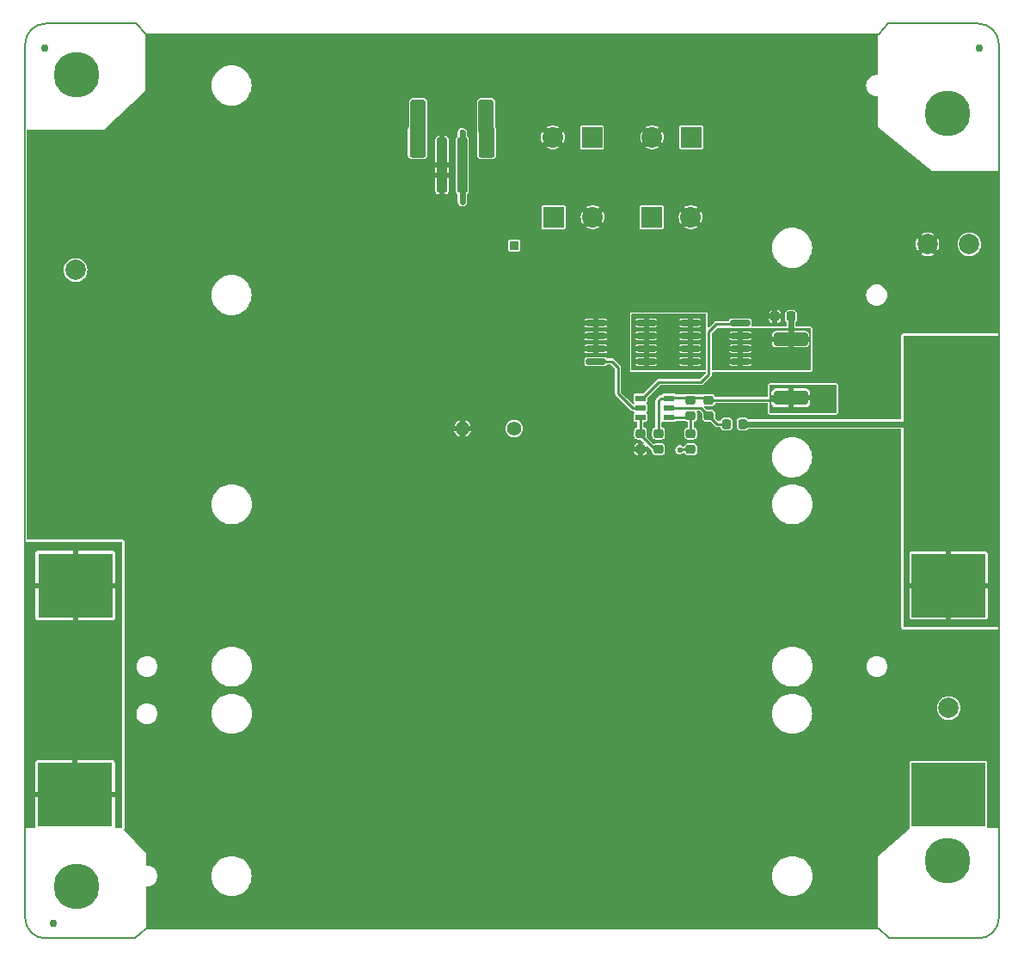
<source format=gbr>
%TF.GenerationSoftware,KiCad,Pcbnew,7.0.7*%
%TF.CreationDate,2023-10-10T18:21:33-04:00*%
%TF.ProjectId,batteryboard,62617474-6572-4796-926f-6172642e6b69,rev?*%
%TF.SameCoordinates,Original*%
%TF.FileFunction,Copper,L1,Top*%
%TF.FilePolarity,Positive*%
%FSLAX46Y46*%
G04 Gerber Fmt 4.6, Leading zero omitted, Abs format (unit mm)*
G04 Created by KiCad (PCBNEW 7.0.7) date 2023-10-10 18:21:33*
%MOMM*%
%LPD*%
G01*
G04 APERTURE LIST*
G04 Aperture macros list*
%AMRoundRect*
0 Rectangle with rounded corners*
0 $1 Rounding radius*
0 $2 $3 $4 $5 $6 $7 $8 $9 X,Y pos of 4 corners*
0 Add a 4 corners polygon primitive as box body*
4,1,4,$2,$3,$4,$5,$6,$7,$8,$9,$2,$3,0*
0 Add four circle primitives for the rounded corners*
1,1,$1+$1,$2,$3*
1,1,$1+$1,$4,$5*
1,1,$1+$1,$6,$7*
1,1,$1+$1,$8,$9*
0 Add four rect primitives between the rounded corners*
20,1,$1+$1,$2,$3,$4,$5,0*
20,1,$1+$1,$4,$5,$6,$7,0*
20,1,$1+$1,$6,$7,$8,$9,0*
20,1,$1+$1,$8,$9,$2,$3,0*%
G04 Aperture macros list end*
%TA.AperFunction,SMDPad,CuDef*%
%ADD10R,7.340000X6.350000*%
%TD*%
%TA.AperFunction,SMDPad,CuDef*%
%ADD11R,1.000000X0.600000*%
%TD*%
%TA.AperFunction,SMDPad,CuDef*%
%ADD12RoundRect,0.218750X-0.256250X0.218750X-0.256250X-0.218750X0.256250X-0.218750X0.256250X0.218750X0*%
%TD*%
%TA.AperFunction,SMDPad,CuDef*%
%ADD13RoundRect,0.218750X0.218750X0.256250X-0.218750X0.256250X-0.218750X-0.256250X0.218750X-0.256250X0*%
%TD*%
%TA.AperFunction,SMDPad,CuDef*%
%ADD14RoundRect,0.218750X0.256250X-0.218750X0.256250X0.218750X-0.256250X0.218750X-0.256250X-0.218750X0*%
%TD*%
%TA.AperFunction,SMDPad,CuDef*%
%ADD15RoundRect,0.150000X-0.825000X-0.150000X0.825000X-0.150000X0.825000X0.150000X-0.825000X0.150000X0*%
%TD*%
%TA.AperFunction,SMDPad,CuDef*%
%ADD16RoundRect,0.150000X0.825000X0.150000X-0.825000X0.150000X-0.825000X-0.150000X0.825000X-0.150000X0*%
%TD*%
%TA.AperFunction,SMDPad,CuDef*%
%ADD17RoundRect,0.250000X1.425000X-0.425000X1.425000X0.425000X-1.425000X0.425000X-1.425000X-0.425000X0*%
%TD*%
%TA.AperFunction,SMDPad,CuDef*%
%ADD18C,0.750000*%
%TD*%
%TA.AperFunction,ComponentPad*%
%ADD19C,2.000000*%
%TD*%
%TA.AperFunction,SMDPad,CuDef*%
%ADD20RoundRect,0.250000X0.250000X1.500000X-0.250000X1.500000X-0.250000X-1.500000X0.250000X-1.500000X0*%
%TD*%
%TA.AperFunction,SMDPad,CuDef*%
%ADD21RoundRect,0.250001X0.499999X1.449999X-0.499999X1.449999X-0.499999X-1.449999X0.499999X-1.449999X0*%
%TD*%
%TA.AperFunction,ComponentPad*%
%ADD22R,2.032000X2.032000*%
%TD*%
%TA.AperFunction,ComponentPad*%
%ADD23C,2.032000*%
%TD*%
%TA.AperFunction,ComponentPad*%
%ADD24R,0.850000X0.850000*%
%TD*%
%TA.AperFunction,ComponentPad*%
%ADD25C,1.400000*%
%TD*%
%TA.AperFunction,ComponentPad*%
%ADD26O,1.400000X1.400000*%
%TD*%
%TA.AperFunction,SMDPad,CuDef*%
%ADD27RoundRect,0.250000X-0.250000X-2.499999X0.250000X-2.499999X0.250000X2.499999X-0.250000X2.499999X0*%
%TD*%
%TA.AperFunction,SMDPad,CuDef*%
%ADD28RoundRect,0.250000X-0.550000X-1.250000X0.550000X-1.250000X0.550000X1.250000X-0.550000X1.250000X0*%
%TD*%
%TA.AperFunction,ComponentPad*%
%ADD29C,4.500000*%
%TD*%
%TA.AperFunction,ViaPad*%
%ADD30C,0.584200*%
%TD*%
%TA.AperFunction,Conductor*%
%ADD31C,0.279400*%
%TD*%
%TA.AperFunction,Conductor*%
%ADD32C,0.508000*%
%TD*%
%TA.AperFunction,Conductor*%
%ADD33C,0.609600*%
%TD*%
%TA.AperFunction,Profile*%
%ADD34C,0.150000*%
%TD*%
G04 APERTURE END LIST*
D10*
X144117400Y-129844800D03*
X58117400Y-129844800D03*
D11*
X113789000Y-90744000D03*
X113789000Y-91694000D03*
X113789000Y-92644000D03*
X116589000Y-92644000D03*
X116589000Y-91694000D03*
X116589000Y-90744000D03*
D10*
X58142800Y-109194600D03*
X144142800Y-109194600D03*
D12*
X120523000Y-90906500D03*
X120523000Y-92481500D03*
X118745000Y-90906500D03*
X118745000Y-92481500D03*
X115570000Y-94208500D03*
X115570000Y-95783500D03*
D13*
X128613000Y-82677000D03*
X127038000Y-82677000D03*
X123850500Y-93281500D03*
X122275500Y-93281500D03*
D14*
X118745000Y-95783500D03*
X118745000Y-94208500D03*
D15*
X109412000Y-83312000D03*
X109412000Y-84582000D03*
X109412000Y-85852000D03*
X109412000Y-87122000D03*
X114362000Y-87122000D03*
X114362000Y-85852000D03*
X114362000Y-84582000D03*
X114362000Y-83312000D03*
D16*
X123633000Y-87122000D03*
X123633000Y-85852000D03*
X123633000Y-84582000D03*
X123633000Y-83312000D03*
X118683000Y-83312000D03*
X118683000Y-84582000D03*
X118683000Y-85852000D03*
X118683000Y-87122000D03*
D12*
X113792000Y-94208500D03*
X113792000Y-95783500D03*
D17*
X128587500Y-90720500D03*
X128587500Y-84920500D03*
D18*
X56007000Y-142494000D03*
X55118000Y-56261000D03*
X147193000Y-56261000D03*
D19*
X144145000Y-121285000D03*
X58166000Y-78105000D03*
X142062200Y-75565000D03*
X146177000Y-75565000D03*
D20*
X96250000Y-68763000D03*
X94250000Y-68763000D03*
D21*
X98600000Y-63013000D03*
X91900000Y-63013000D03*
D22*
X109016800Y-65024000D03*
D23*
X105161200Y-65024000D03*
D22*
X105232200Y-72898000D03*
D23*
X109087800Y-72898000D03*
D22*
X118795800Y-65024000D03*
D23*
X114940200Y-65024000D03*
D22*
X114884200Y-72898000D03*
D23*
X118739800Y-72898000D03*
D24*
X101346000Y-75692000D03*
D25*
X101346000Y-93726000D03*
D26*
X96266000Y-93726000D03*
D27*
X94250000Y-67759200D03*
X96250000Y-67759200D03*
D28*
X91850000Y-65509200D03*
X98650000Y-65509200D03*
D29*
X144005300Y-136349900D03*
X58280300Y-58889900D03*
X58280300Y-138889900D03*
X144005300Y-62689900D03*
D30*
X143256000Y-129794000D03*
X146558000Y-129794000D03*
X145034000Y-129794000D03*
X141732000Y-129794000D03*
X146558000Y-132080000D03*
X141732000Y-132080000D03*
X143256000Y-132080000D03*
X145034000Y-132080000D03*
X131826000Y-90678000D03*
X132588000Y-90678000D03*
X131064000Y-90678000D03*
X131826000Y-91567000D03*
X131064000Y-91567000D03*
X132588000Y-91567000D03*
X131826000Y-89789000D03*
X141732000Y-127508000D03*
X146558000Y-127508000D03*
X132588000Y-89789000D03*
X131064000Y-89789000D03*
X143256000Y-127508000D03*
X145034000Y-127508000D03*
X54864000Y-119380000D03*
X58420000Y-119380000D03*
X56642000Y-119380000D03*
X60198000Y-119380000D03*
X60198000Y-120904000D03*
X58420000Y-120904000D03*
X54864000Y-120904000D03*
X56642000Y-120904000D03*
X56642000Y-117856000D03*
X58420000Y-117856000D03*
X54864000Y-117856000D03*
X60198000Y-117856000D03*
X117665498Y-95821500D03*
X140843000Y-94742000D03*
X143002000Y-94742000D03*
X145288000Y-94742000D03*
X147447000Y-94742000D03*
X145288000Y-96139000D03*
X140843000Y-96139000D03*
X143002000Y-96139000D03*
X147447000Y-96139000D03*
X147447000Y-93345000D03*
X145288000Y-93345000D03*
X140843000Y-93345000D03*
X96266000Y-71374000D03*
X96240600Y-64566800D03*
X143002000Y-93345000D03*
D31*
X119761000Y-91694000D02*
X120523000Y-92456000D01*
X122275500Y-93281500D02*
X121323000Y-93281500D01*
X116589000Y-91694000D02*
X119761000Y-91694000D01*
X121323000Y-93281500D02*
X120523000Y-92481500D01*
X120523000Y-92456000D02*
X120523000Y-92481500D01*
X120294500Y-90678000D02*
X120523000Y-90906500D01*
X115570000Y-94208500D02*
X115570000Y-90983600D01*
X118745000Y-90678000D02*
X120294500Y-90678000D01*
X128401500Y-90906500D02*
X128587500Y-90720500D01*
X115809600Y-90744000D02*
X116589000Y-90744000D01*
X115570000Y-90983600D02*
X115809600Y-90744000D01*
X116655000Y-90678000D02*
X118745000Y-90678000D01*
X116589000Y-90744000D02*
X116655000Y-90678000D01*
X118745000Y-90906500D02*
X118745000Y-90678000D01*
X120523000Y-90906500D02*
X128401500Y-90906500D01*
X116589000Y-92644000D02*
X118582500Y-92644000D01*
X118745000Y-92481500D02*
X118745000Y-94208500D01*
X118582500Y-92644000D02*
X118745000Y-92481500D01*
D32*
X93218000Y-68763000D02*
X95128200Y-68763000D01*
D31*
X118745000Y-95783500D02*
X117703498Y-95783500D01*
X117703498Y-95783500D02*
X117665498Y-95821500D01*
D33*
X96250000Y-68763000D02*
X96250000Y-64576200D01*
X139954000Y-92456000D02*
X140843000Y-93345000D01*
X96250000Y-71358000D02*
X96266000Y-71374000D01*
X96250000Y-68763000D02*
X96250000Y-71358000D01*
X123850500Y-93281500D02*
X139954000Y-93281500D01*
X96250000Y-64576200D02*
X96240600Y-64566800D01*
D31*
X113792000Y-94361000D02*
X115214500Y-95783500D01*
X113792000Y-94208500D02*
X113792000Y-94361000D01*
X115214500Y-95783500D02*
X115570000Y-95783500D01*
X113789000Y-94205500D02*
X113792000Y-94208500D01*
X113789000Y-92644000D02*
X113789000Y-94205500D01*
D33*
X128613000Y-82677000D02*
X128613000Y-84895000D01*
X128613000Y-84895000D02*
X128587500Y-84920500D01*
D31*
X120523000Y-88392000D02*
X119761000Y-89154000D01*
X121285000Y-83439000D02*
X120523000Y-84201000D01*
X123506000Y-83439000D02*
X121285000Y-83439000D01*
X113980000Y-90744000D02*
X113789000Y-90744000D01*
X123633000Y-83312000D02*
X123506000Y-83439000D01*
X120523000Y-84201000D02*
X120523000Y-88392000D01*
X119761000Y-89154000D02*
X115570000Y-89154000D01*
X115570000Y-89154000D02*
X113980000Y-90744000D01*
X110998000Y-87122000D02*
X109412000Y-87122000D01*
X111569500Y-87693500D02*
X110998000Y-87122000D01*
X113789000Y-91694000D02*
X113009600Y-91694000D01*
X113009600Y-91694000D02*
X111569500Y-90253900D01*
X111569500Y-90253900D02*
X111569500Y-87693500D01*
%TA.AperFunction,Conductor*%
G36*
X133069138Y-89425593D02*
G01*
X133094858Y-89470142D01*
X133096000Y-89483200D01*
X133096000Y-92126800D01*
X133078407Y-92175138D01*
X133033858Y-92200858D01*
X133020800Y-92202000D01*
X126567200Y-92202000D01*
X126518862Y-92184407D01*
X126493142Y-92139858D01*
X126492000Y-92126800D01*
X126492000Y-90974500D01*
X126658501Y-90974500D01*
X126658501Y-91193715D01*
X126664953Y-91253736D01*
X126664954Y-91253741D01*
X126715598Y-91389520D01*
X126715602Y-91389527D01*
X126802452Y-91505547D01*
X126918472Y-91592397D01*
X126918479Y-91592401D01*
X127054256Y-91643044D01*
X127054266Y-91643047D01*
X127114291Y-91649499D01*
X128333500Y-91649499D01*
X128333500Y-90974500D01*
X128841500Y-90974500D01*
X128841500Y-91649499D01*
X130060700Y-91649499D01*
X130060715Y-91649498D01*
X130120736Y-91643046D01*
X130120741Y-91643045D01*
X130256520Y-91592401D01*
X130256527Y-91592397D01*
X130372547Y-91505547D01*
X130459397Y-91389527D01*
X130459401Y-91389520D01*
X130510044Y-91253743D01*
X130510047Y-91253733D01*
X130516499Y-91193714D01*
X130516500Y-91193703D01*
X130516500Y-90974500D01*
X128841500Y-90974500D01*
X128333500Y-90974500D01*
X126658501Y-90974500D01*
X126492000Y-90974500D01*
X126492000Y-90466500D01*
X126658500Y-90466500D01*
X128333500Y-90466500D01*
X128333500Y-89791500D01*
X128841500Y-89791500D01*
X128841500Y-90466500D01*
X130516499Y-90466500D01*
X130516499Y-90247299D01*
X130516498Y-90247284D01*
X130510046Y-90187263D01*
X130510045Y-90187258D01*
X130459401Y-90051479D01*
X130459397Y-90051472D01*
X130372547Y-89935452D01*
X130256527Y-89848602D01*
X130256520Y-89848598D01*
X130120743Y-89797955D01*
X130120733Y-89797952D01*
X130060714Y-89791500D01*
X128841500Y-89791500D01*
X128333500Y-89791500D01*
X127114299Y-89791500D01*
X127114284Y-89791501D01*
X127054263Y-89797953D01*
X127054258Y-89797954D01*
X126918479Y-89848598D01*
X126918472Y-89848602D01*
X126802452Y-89935452D01*
X126715602Y-90051472D01*
X126715598Y-90051479D01*
X126664955Y-90187256D01*
X126664952Y-90187266D01*
X126658500Y-90247285D01*
X126658500Y-90466500D01*
X126492000Y-90466500D01*
X126492000Y-89483200D01*
X126509593Y-89434862D01*
X126554142Y-89409142D01*
X126567200Y-89408000D01*
X133020800Y-89408000D01*
X133069138Y-89425593D01*
G37*
%TD.AperFunction*%
%TA.AperFunction,Conductor*%
G36*
X137133138Y-54938293D02*
G01*
X137158858Y-54982842D01*
X137160000Y-54995900D01*
X137160000Y-58808900D01*
X137142407Y-58857238D01*
X137097858Y-58882958D01*
X137084800Y-58884100D01*
X136996524Y-58884100D01*
X136844408Y-58899082D01*
X136649210Y-58958295D01*
X136469333Y-59054442D01*
X136469323Y-59054448D01*
X136311648Y-59183848D01*
X136182248Y-59341523D01*
X136182242Y-59341533D01*
X136086095Y-59521410D01*
X136026882Y-59716608D01*
X136006890Y-59919600D01*
X136026882Y-60122591D01*
X136086095Y-60317789D01*
X136182242Y-60497666D01*
X136182248Y-60497676D01*
X136311648Y-60655352D01*
X136469324Y-60784752D01*
X136469330Y-60784755D01*
X136469333Y-60784757D01*
X136649210Y-60880904D01*
X136649211Y-60880904D01*
X136649214Y-60880906D01*
X136844407Y-60940117D01*
X136996532Y-60955100D01*
X136996538Y-60955100D01*
X137084800Y-60955100D01*
X137133138Y-60972693D01*
X137158858Y-61017242D01*
X137160000Y-61030300D01*
X137160000Y-64008000D01*
X142494000Y-68339756D01*
X148934600Y-68339756D01*
X148982938Y-68357349D01*
X149008658Y-68401898D01*
X149009800Y-68414956D01*
X149009800Y-84249367D01*
X148992207Y-84297705D01*
X148947658Y-84323425D01*
X148934600Y-84324567D01*
X139769539Y-84324567D01*
X139758229Y-84325061D01*
X139739534Y-84326695D01*
X139728271Y-84327929D01*
X139728270Y-84327929D01*
X139632398Y-84360472D01*
X139587844Y-84386195D01*
X139526267Y-84435615D01*
X139473742Y-84522175D01*
X139473738Y-84522185D01*
X139456149Y-84570512D01*
X139456149Y-84570514D01*
X139440500Y-84659262D01*
X139440500Y-92748600D01*
X139422907Y-92796938D01*
X139378358Y-92822658D01*
X139365300Y-92823800D01*
X124424540Y-92823800D01*
X124376202Y-92806207D01*
X124371376Y-92801784D01*
X124288193Y-92718601D01*
X124286199Y-92717626D01*
X124176761Y-92664124D01*
X124104532Y-92653600D01*
X124104522Y-92653600D01*
X123596478Y-92653600D01*
X123596467Y-92653600D01*
X123524238Y-92664124D01*
X123412804Y-92718602D01*
X123325102Y-92806304D01*
X123270624Y-92917738D01*
X123260100Y-92989967D01*
X123260100Y-93573032D01*
X123270624Y-93645261D01*
X123325102Y-93756695D01*
X123412804Y-93844397D01*
X123412805Y-93844397D01*
X123412807Y-93844399D01*
X123490207Y-93882238D01*
X123524238Y-93898875D01*
X123596467Y-93909399D01*
X123596475Y-93909399D01*
X123596478Y-93909400D01*
X123596480Y-93909400D01*
X124104520Y-93909400D01*
X124104522Y-93909400D01*
X124104524Y-93909399D01*
X124104532Y-93909399D01*
X124159298Y-93901419D01*
X124176762Y-93898875D01*
X124288193Y-93844399D01*
X124371366Y-93761225D01*
X124417985Y-93739486D01*
X124424540Y-93739200D01*
X139365300Y-93739200D01*
X139413638Y-93756793D01*
X139439358Y-93801342D01*
X139440500Y-93814400D01*
X139440500Y-113216528D01*
X139440994Y-113227838D01*
X139442628Y-113246533D01*
X139443862Y-113257795D01*
X139443862Y-113257796D01*
X139476405Y-113353668D01*
X139476407Y-113353672D01*
X139476408Y-113353674D01*
X139502128Y-113398223D01*
X139551548Y-113459799D01*
X139638110Y-113512325D01*
X139686448Y-113529918D01*
X139775195Y-113545566D01*
X139775196Y-113545567D01*
X148934600Y-113545567D01*
X148982938Y-113563160D01*
X149008658Y-113607709D01*
X149009800Y-113620767D01*
X149009800Y-133020800D01*
X148992207Y-133069138D01*
X148947658Y-133094858D01*
X148934600Y-133096000D01*
X148015500Y-133096000D01*
X147967162Y-133078407D01*
X147941442Y-133033858D01*
X147940300Y-133020800D01*
X147940299Y-126654744D01*
X147940299Y-126654743D01*
X147931428Y-126610142D01*
X147897634Y-126559566D01*
X147847058Y-126525772D01*
X147847056Y-126525771D01*
X147802457Y-126516900D01*
X140432344Y-126516900D01*
X140432342Y-126516901D01*
X140387740Y-126525772D01*
X140337167Y-126559564D01*
X140303372Y-126610142D01*
X140303371Y-126610143D01*
X140294500Y-126654742D01*
X140294500Y-133034855D01*
X140294501Y-133034857D01*
X140303372Y-133079459D01*
X140330426Y-133119948D01*
X140342653Y-133169914D01*
X140319902Y-133216049D01*
X140316475Y-133219134D01*
X137160000Y-135890000D01*
X137160000Y-142851300D01*
X137142407Y-142899638D01*
X137097858Y-142925358D01*
X137084800Y-142926500D01*
X65157755Y-142926500D01*
X65109417Y-142908907D01*
X65083697Y-142864358D01*
X65082555Y-142851300D01*
X65082555Y-138955385D01*
X65100148Y-138907047D01*
X65144697Y-138881327D01*
X65160086Y-138880362D01*
X65160086Y-138880300D01*
X65161077Y-138880300D01*
X65161460Y-138880276D01*
X65161917Y-138880298D01*
X65161932Y-138880300D01*
X65161946Y-138880300D01*
X65263662Y-138880300D01*
X65263668Y-138880300D01*
X65415793Y-138865317D01*
X65610986Y-138806106D01*
X65790876Y-138709952D01*
X65948552Y-138580552D01*
X66077952Y-138422876D01*
X66174106Y-138242986D01*
X66233317Y-138047793D01*
X66253310Y-137844805D01*
X71536854Y-137844805D01*
X71557011Y-138126646D01*
X71557014Y-138126669D01*
X71617076Y-138402773D01*
X71715834Y-138667554D01*
X71832003Y-138880300D01*
X71851259Y-138915564D01*
X72020603Y-139141782D01*
X72020605Y-139141784D01*
X72020608Y-139141788D01*
X72220411Y-139341591D01*
X72220414Y-139341593D01*
X72220418Y-139341597D01*
X72446636Y-139510941D01*
X72446638Y-139510942D01*
X72694645Y-139646365D01*
X72694646Y-139646365D01*
X72694651Y-139646368D01*
X72959416Y-139745120D01*
X72959420Y-139745121D01*
X72959426Y-139745123D01*
X73222098Y-139802263D01*
X73235539Y-139805187D01*
X73446847Y-139820300D01*
X73446849Y-139820300D01*
X73587951Y-139820300D01*
X73587953Y-139820300D01*
X73799261Y-139805187D01*
X73881993Y-139787189D01*
X74075373Y-139745123D01*
X74075376Y-139745121D01*
X74075384Y-139745120D01*
X74340149Y-139646368D01*
X74588164Y-139510941D01*
X74814382Y-139341597D01*
X75014197Y-139141782D01*
X75183541Y-138915564D01*
X75318968Y-138667549D01*
X75417720Y-138402784D01*
X75417721Y-138402776D01*
X75417723Y-138402773D01*
X75477785Y-138126669D01*
X75477787Y-138126661D01*
X75497946Y-137844805D01*
X126762254Y-137844805D01*
X126782411Y-138126646D01*
X126782414Y-138126669D01*
X126842476Y-138402773D01*
X126941234Y-138667554D01*
X127057403Y-138880300D01*
X127076659Y-138915564D01*
X127246003Y-139141782D01*
X127246005Y-139141784D01*
X127246008Y-139141788D01*
X127445811Y-139341591D01*
X127445814Y-139341593D01*
X127445818Y-139341597D01*
X127672036Y-139510941D01*
X127672038Y-139510942D01*
X127920045Y-139646365D01*
X127920046Y-139646365D01*
X127920051Y-139646368D01*
X128184816Y-139745120D01*
X128184820Y-139745121D01*
X128184826Y-139745123D01*
X128447498Y-139802263D01*
X128460939Y-139805187D01*
X128672247Y-139820300D01*
X128672249Y-139820300D01*
X128813351Y-139820300D01*
X128813353Y-139820300D01*
X129024661Y-139805187D01*
X129107393Y-139787189D01*
X129300773Y-139745123D01*
X129300776Y-139745121D01*
X129300784Y-139745120D01*
X129565549Y-139646368D01*
X129813564Y-139510941D01*
X130039782Y-139341597D01*
X130239597Y-139141782D01*
X130408941Y-138915564D01*
X130544368Y-138667549D01*
X130643120Y-138402784D01*
X130643121Y-138402776D01*
X130643123Y-138402773D01*
X130703185Y-138126669D01*
X130703187Y-138126661D01*
X130723346Y-137844800D01*
X130703187Y-137562939D01*
X130677881Y-137446610D01*
X130643123Y-137286826D01*
X130643121Y-137286820D01*
X130643120Y-137286816D01*
X130544368Y-137022051D01*
X130408941Y-136774036D01*
X130239597Y-136547818D01*
X130239593Y-136547814D01*
X130239591Y-136547811D01*
X130039788Y-136348008D01*
X130039784Y-136348005D01*
X130039782Y-136348003D01*
X129813564Y-136178659D01*
X129813562Y-136178658D01*
X129813561Y-136178657D01*
X129565554Y-136043234D01*
X129300773Y-135944476D01*
X129024669Y-135884414D01*
X129024646Y-135884411D01*
X128841591Y-135871319D01*
X128813353Y-135869300D01*
X128672247Y-135869300D01*
X128645777Y-135871193D01*
X128460953Y-135884411D01*
X128460930Y-135884414D01*
X128184826Y-135944476D01*
X127920045Y-136043234D01*
X127672038Y-136178657D01*
X127445811Y-136348008D01*
X127246008Y-136547811D01*
X127076657Y-136774038D01*
X126941234Y-137022045D01*
X126842476Y-137286826D01*
X126782414Y-137562930D01*
X126782411Y-137562953D01*
X126762254Y-137844794D01*
X126762254Y-137844805D01*
X75497946Y-137844805D01*
X75497946Y-137844800D01*
X75477787Y-137562939D01*
X75452481Y-137446610D01*
X75417723Y-137286826D01*
X75417721Y-137286820D01*
X75417720Y-137286816D01*
X75318968Y-137022051D01*
X75183541Y-136774036D01*
X75014197Y-136547818D01*
X75014193Y-136547814D01*
X75014191Y-136547811D01*
X74814388Y-136348008D01*
X74814384Y-136348005D01*
X74814382Y-136348003D01*
X74588164Y-136178659D01*
X74588162Y-136178658D01*
X74588161Y-136178657D01*
X74340154Y-136043234D01*
X74075373Y-135944476D01*
X73799269Y-135884414D01*
X73799246Y-135884411D01*
X73616191Y-135871319D01*
X73587953Y-135869300D01*
X73446847Y-135869300D01*
X73420377Y-135871193D01*
X73235553Y-135884411D01*
X73235530Y-135884414D01*
X72959426Y-135944476D01*
X72694645Y-136043234D01*
X72446638Y-136178657D01*
X72220411Y-136348008D01*
X72020608Y-136547811D01*
X71851257Y-136774038D01*
X71715834Y-137022045D01*
X71617076Y-137286826D01*
X71557014Y-137562930D01*
X71557011Y-137562953D01*
X71536854Y-137844794D01*
X71536854Y-137844805D01*
X66253310Y-137844805D01*
X66253310Y-137844800D01*
X66233317Y-137641807D01*
X66174106Y-137446614D01*
X66088697Y-137286826D01*
X66077957Y-137266733D01*
X66077951Y-137266723D01*
X65948552Y-137109048D01*
X65790876Y-136979648D01*
X65790866Y-136979642D01*
X65610989Y-136883495D01*
X65610990Y-136883495D01*
X65415790Y-136824282D01*
X65415791Y-136824282D01*
X65263675Y-136809300D01*
X65263668Y-136809300D01*
X65161932Y-136809300D01*
X65161919Y-136809300D01*
X65161428Y-136809324D01*
X65161350Y-136809300D01*
X65160086Y-136809300D01*
X65160086Y-136808908D01*
X65112289Y-136794113D01*
X65084424Y-136750874D01*
X65082555Y-136734214D01*
X65082555Y-135636000D01*
X65082554Y-135635999D01*
X62935018Y-133296842D01*
X62915289Y-133249339D01*
X62926124Y-133206977D01*
X62964258Y-133144134D01*
X62981851Y-133095796D01*
X62997500Y-133007044D01*
X62997500Y-121844800D01*
X64146890Y-121844800D01*
X64166882Y-122047791D01*
X64226095Y-122242989D01*
X64322242Y-122422866D01*
X64322248Y-122422876D01*
X64451648Y-122580552D01*
X64609324Y-122709952D01*
X64609330Y-122709955D01*
X64609333Y-122709957D01*
X64789210Y-122806104D01*
X64789211Y-122806104D01*
X64789214Y-122806106D01*
X64984407Y-122865317D01*
X65136532Y-122880300D01*
X65136538Y-122880300D01*
X65238262Y-122880300D01*
X65238268Y-122880300D01*
X65390393Y-122865317D01*
X65585586Y-122806106D01*
X65765476Y-122709952D01*
X65923152Y-122580552D01*
X66052552Y-122422876D01*
X66148706Y-122242986D01*
X66207917Y-122047793D01*
X66227910Y-121844805D01*
X71562254Y-121844805D01*
X71582411Y-122126646D01*
X71582414Y-122126669D01*
X71642476Y-122402773D01*
X71741234Y-122667554D01*
X71857403Y-122880300D01*
X71876659Y-122915564D01*
X72046003Y-123141782D01*
X72046005Y-123141784D01*
X72046008Y-123141788D01*
X72245811Y-123341591D01*
X72245814Y-123341593D01*
X72245818Y-123341597D01*
X72472036Y-123510941D01*
X72472038Y-123510942D01*
X72720045Y-123646365D01*
X72720046Y-123646365D01*
X72720051Y-123646368D01*
X72984816Y-123745120D01*
X72984820Y-123745121D01*
X72984826Y-123745123D01*
X73247498Y-123802263D01*
X73260939Y-123805187D01*
X73472247Y-123820300D01*
X73472249Y-123820300D01*
X73613351Y-123820300D01*
X73613353Y-123820300D01*
X73824661Y-123805187D01*
X73907393Y-123787189D01*
X74100773Y-123745123D01*
X74100776Y-123745121D01*
X74100784Y-123745120D01*
X74365549Y-123646368D01*
X74613564Y-123510941D01*
X74839782Y-123341597D01*
X75039597Y-123141782D01*
X75208941Y-122915564D01*
X75344368Y-122667549D01*
X75443120Y-122402784D01*
X75443121Y-122402776D01*
X75443123Y-122402773D01*
X75503185Y-122126669D01*
X75503187Y-122126661D01*
X75523346Y-121844805D01*
X126736854Y-121844805D01*
X126757011Y-122126646D01*
X126757014Y-122126669D01*
X126817076Y-122402773D01*
X126915834Y-122667554D01*
X127032003Y-122880300D01*
X127051259Y-122915564D01*
X127220603Y-123141782D01*
X127220605Y-123141784D01*
X127220608Y-123141788D01*
X127420411Y-123341591D01*
X127420414Y-123341593D01*
X127420418Y-123341597D01*
X127646636Y-123510941D01*
X127646638Y-123510942D01*
X127894645Y-123646365D01*
X127894646Y-123646365D01*
X127894651Y-123646368D01*
X128159416Y-123745120D01*
X128159420Y-123745121D01*
X128159426Y-123745123D01*
X128422098Y-123802263D01*
X128435539Y-123805187D01*
X128646847Y-123820300D01*
X128646849Y-123820300D01*
X128787951Y-123820300D01*
X128787953Y-123820300D01*
X128999261Y-123805187D01*
X129081993Y-123787189D01*
X129275373Y-123745123D01*
X129275376Y-123745121D01*
X129275384Y-123745120D01*
X129540149Y-123646368D01*
X129788164Y-123510941D01*
X130014382Y-123341597D01*
X130214197Y-123141782D01*
X130383541Y-122915564D01*
X130518968Y-122667549D01*
X130617720Y-122402784D01*
X130617721Y-122402776D01*
X130617723Y-122402773D01*
X130677785Y-122126669D01*
X130677787Y-122126661D01*
X130697946Y-121844800D01*
X130687823Y-121703267D01*
X130677788Y-121562953D01*
X130677787Y-121562939D01*
X130663608Y-121497760D01*
X130617723Y-121286826D01*
X130617721Y-121286820D01*
X130617720Y-121286816D01*
X130617043Y-121285002D01*
X142987161Y-121285002D01*
X143006875Y-121497752D01*
X143006876Y-121497760D01*
X143065344Y-121703251D01*
X143065350Y-121703267D01*
X143160582Y-121894520D01*
X143289343Y-122065027D01*
X143289346Y-122065030D01*
X143447243Y-122208973D01*
X143628903Y-122321453D01*
X143628905Y-122321453D01*
X143628907Y-122321455D01*
X143828142Y-122398639D01*
X144038168Y-122437900D01*
X144038172Y-122437900D01*
X144251828Y-122437900D01*
X144251832Y-122437900D01*
X144461858Y-122398639D01*
X144661093Y-122321455D01*
X144842754Y-122208975D01*
X145000653Y-122065031D01*
X145129415Y-121894524D01*
X145224653Y-121703260D01*
X145283125Y-121497752D01*
X145302839Y-121285000D01*
X145301146Y-121266733D01*
X145298215Y-121235102D01*
X145283125Y-121072248D01*
X145283123Y-121072242D01*
X145283123Y-121072239D01*
X145224655Y-120866748D01*
X145224653Y-120866740D01*
X145203512Y-120824283D01*
X145129417Y-120675479D01*
X145000656Y-120504972D01*
X145000653Y-120504969D01*
X144842756Y-120361026D01*
X144661096Y-120248546D01*
X144461858Y-120171361D01*
X144461857Y-120171361D01*
X144251832Y-120132100D01*
X144038168Y-120132100D01*
X143870147Y-120163508D01*
X143828141Y-120171361D01*
X143628904Y-120248546D01*
X143628903Y-120248546D01*
X143447243Y-120361026D01*
X143289346Y-120504969D01*
X143289343Y-120504972D01*
X143160582Y-120675479D01*
X143065350Y-120866732D01*
X143065344Y-120866748D01*
X143006876Y-121072239D01*
X143006875Y-121072247D01*
X142987161Y-121284997D01*
X142987161Y-121285002D01*
X130617043Y-121285002D01*
X130518968Y-121022051D01*
X130383541Y-120774036D01*
X130214197Y-120547818D01*
X130214193Y-120547814D01*
X130214191Y-120547811D01*
X130014388Y-120348008D01*
X130014384Y-120348005D01*
X130014382Y-120348003D01*
X129788164Y-120178659D01*
X129788162Y-120178658D01*
X129788161Y-120178657D01*
X129540154Y-120043234D01*
X129275373Y-119944476D01*
X128999269Y-119884414D01*
X128999246Y-119884411D01*
X128816191Y-119871319D01*
X128787953Y-119869300D01*
X128646847Y-119869300D01*
X128620377Y-119871193D01*
X128435553Y-119884411D01*
X128435530Y-119884414D01*
X128159426Y-119944476D01*
X127894645Y-120043234D01*
X127646638Y-120178657D01*
X127420411Y-120348008D01*
X127220608Y-120547811D01*
X127051257Y-120774038D01*
X126915834Y-121022045D01*
X126817076Y-121286826D01*
X126757014Y-121562930D01*
X126757011Y-121562953D01*
X126736854Y-121844794D01*
X126736854Y-121844805D01*
X75523346Y-121844805D01*
X75523346Y-121844800D01*
X75513223Y-121703267D01*
X75503188Y-121562953D01*
X75503187Y-121562939D01*
X75489008Y-121497760D01*
X75443123Y-121286826D01*
X75443121Y-121286820D01*
X75443120Y-121286816D01*
X75344368Y-121022051D01*
X75208941Y-120774036D01*
X75039597Y-120547818D01*
X75039593Y-120547814D01*
X75039591Y-120547811D01*
X74839788Y-120348008D01*
X74839784Y-120348005D01*
X74839782Y-120348003D01*
X74613564Y-120178659D01*
X74613562Y-120178658D01*
X74613561Y-120178657D01*
X74365554Y-120043234D01*
X74100773Y-119944476D01*
X73824669Y-119884414D01*
X73824646Y-119884411D01*
X73641591Y-119871319D01*
X73613353Y-119869300D01*
X73472247Y-119869300D01*
X73445777Y-119871193D01*
X73260953Y-119884411D01*
X73260930Y-119884414D01*
X72984826Y-119944476D01*
X72720045Y-120043234D01*
X72472038Y-120178657D01*
X72245811Y-120348008D01*
X72046008Y-120547811D01*
X71876657Y-120774038D01*
X71741234Y-121022045D01*
X71642476Y-121286826D01*
X71582414Y-121562930D01*
X71582411Y-121562953D01*
X71562254Y-121844794D01*
X71562254Y-121844805D01*
X66227910Y-121844805D01*
X66227910Y-121844800D01*
X66207917Y-121641807D01*
X66148706Y-121446614D01*
X66063297Y-121286826D01*
X66052557Y-121266733D01*
X66052551Y-121266723D01*
X65923152Y-121109048D01*
X65765476Y-120979648D01*
X65765466Y-120979642D01*
X65585589Y-120883495D01*
X65585590Y-120883495D01*
X65390390Y-120824282D01*
X65390391Y-120824282D01*
X65238275Y-120809300D01*
X65238268Y-120809300D01*
X65136532Y-120809300D01*
X65136524Y-120809300D01*
X64984408Y-120824282D01*
X64789210Y-120883495D01*
X64609333Y-120979642D01*
X64609323Y-120979648D01*
X64451648Y-121109048D01*
X64322248Y-121266723D01*
X64322242Y-121266733D01*
X64226095Y-121446610D01*
X64166882Y-121641808D01*
X64146890Y-121844800D01*
X62997500Y-121844800D01*
X62997500Y-117194600D01*
X64172290Y-117194600D01*
X64174474Y-117216776D01*
X64192282Y-117397591D01*
X64251495Y-117592789D01*
X64347642Y-117772666D01*
X64347648Y-117772676D01*
X64477048Y-117930352D01*
X64634724Y-118059752D01*
X64634730Y-118059755D01*
X64634733Y-118059757D01*
X64814610Y-118155904D01*
X64814611Y-118155904D01*
X64814614Y-118155906D01*
X65009807Y-118215117D01*
X65161932Y-118230100D01*
X65161938Y-118230100D01*
X65263662Y-118230100D01*
X65263668Y-118230100D01*
X65415793Y-118215117D01*
X65610986Y-118155906D01*
X65790876Y-118059752D01*
X65948552Y-117930352D01*
X66077952Y-117772676D01*
X66174106Y-117592786D01*
X66233317Y-117397593D01*
X66253310Y-117194605D01*
X71562254Y-117194605D01*
X71582411Y-117476446D01*
X71582414Y-117476469D01*
X71642476Y-117752573D01*
X71741234Y-118017354D01*
X71857403Y-118230100D01*
X71876659Y-118265364D01*
X72046003Y-118491582D01*
X72046005Y-118491584D01*
X72046008Y-118491588D01*
X72245811Y-118691391D01*
X72245814Y-118691393D01*
X72245818Y-118691397D01*
X72472036Y-118860741D01*
X72472038Y-118860742D01*
X72720045Y-118996165D01*
X72720046Y-118996165D01*
X72720051Y-118996168D01*
X72984816Y-119094920D01*
X72984820Y-119094921D01*
X72984826Y-119094923D01*
X73247498Y-119152063D01*
X73260939Y-119154987D01*
X73472247Y-119170100D01*
X73472249Y-119170100D01*
X73613351Y-119170100D01*
X73613353Y-119170100D01*
X73824661Y-119154987D01*
X73907393Y-119136989D01*
X74100773Y-119094923D01*
X74100776Y-119094921D01*
X74100784Y-119094920D01*
X74365549Y-118996168D01*
X74613564Y-118860741D01*
X74839782Y-118691397D01*
X75039597Y-118491582D01*
X75208941Y-118265364D01*
X75344368Y-118017349D01*
X75443120Y-117752584D01*
X75443121Y-117752576D01*
X75443123Y-117752573D01*
X75503185Y-117476469D01*
X75503187Y-117476461D01*
X75523346Y-117194605D01*
X126762254Y-117194605D01*
X126782411Y-117476446D01*
X126782414Y-117476469D01*
X126842476Y-117752573D01*
X126941234Y-118017354D01*
X127057403Y-118230100D01*
X127076659Y-118265364D01*
X127246003Y-118491582D01*
X127246005Y-118491584D01*
X127246008Y-118491588D01*
X127445811Y-118691391D01*
X127445814Y-118691393D01*
X127445818Y-118691397D01*
X127672036Y-118860741D01*
X127672038Y-118860742D01*
X127920045Y-118996165D01*
X127920046Y-118996165D01*
X127920051Y-118996168D01*
X128184816Y-119094920D01*
X128184820Y-119094921D01*
X128184826Y-119094923D01*
X128447498Y-119152063D01*
X128460939Y-119154987D01*
X128672247Y-119170100D01*
X128672249Y-119170100D01*
X128813351Y-119170100D01*
X128813353Y-119170100D01*
X129024661Y-119154987D01*
X129107393Y-119136989D01*
X129300773Y-119094923D01*
X129300776Y-119094921D01*
X129300784Y-119094920D01*
X129565549Y-118996168D01*
X129813564Y-118860741D01*
X130039782Y-118691397D01*
X130239597Y-118491582D01*
X130408941Y-118265364D01*
X130544368Y-118017349D01*
X130643120Y-117752584D01*
X130643121Y-117752576D01*
X130643123Y-117752573D01*
X130703185Y-117476469D01*
X130703187Y-117476461D01*
X130723346Y-117194600D01*
X136032290Y-117194600D01*
X136052282Y-117397591D01*
X136111495Y-117592789D01*
X136207642Y-117772666D01*
X136207648Y-117772676D01*
X136337048Y-117930352D01*
X136494724Y-118059752D01*
X136494730Y-118059755D01*
X136494733Y-118059757D01*
X136674610Y-118155904D01*
X136674611Y-118155904D01*
X136674614Y-118155906D01*
X136869807Y-118215117D01*
X137021932Y-118230100D01*
X137021938Y-118230100D01*
X137123662Y-118230100D01*
X137123668Y-118230100D01*
X137275793Y-118215117D01*
X137470986Y-118155906D01*
X137650876Y-118059752D01*
X137808552Y-117930352D01*
X137937952Y-117772676D01*
X138034106Y-117592786D01*
X138093317Y-117397593D01*
X138113310Y-117194600D01*
X138093317Y-116991607D01*
X138034106Y-116796414D01*
X137948697Y-116636626D01*
X137937957Y-116616533D01*
X137937951Y-116616523D01*
X137808552Y-116458848D01*
X137650876Y-116329448D01*
X137650866Y-116329442D01*
X137470989Y-116233295D01*
X137470990Y-116233295D01*
X137275790Y-116174082D01*
X137275791Y-116174082D01*
X137123675Y-116159100D01*
X137123668Y-116159100D01*
X137021932Y-116159100D01*
X137021924Y-116159100D01*
X136869808Y-116174082D01*
X136674610Y-116233295D01*
X136494733Y-116329442D01*
X136494723Y-116329448D01*
X136337048Y-116458848D01*
X136207648Y-116616523D01*
X136207642Y-116616533D01*
X136111495Y-116796410D01*
X136052282Y-116991608D01*
X136032290Y-117194600D01*
X130723346Y-117194600D01*
X130703187Y-116912739D01*
X130677881Y-116796410D01*
X130643123Y-116636626D01*
X130643121Y-116636620D01*
X130643120Y-116636616D01*
X130544368Y-116371851D01*
X130408941Y-116123836D01*
X130239597Y-115897618D01*
X130239593Y-115897614D01*
X130239591Y-115897611D01*
X130039788Y-115697808D01*
X130039784Y-115697805D01*
X130039782Y-115697803D01*
X129813564Y-115528459D01*
X129813562Y-115528458D01*
X129813561Y-115528457D01*
X129565554Y-115393034D01*
X129300773Y-115294276D01*
X129024669Y-115234214D01*
X129024646Y-115234211D01*
X128841591Y-115221119D01*
X128813353Y-115219100D01*
X128672247Y-115219100D01*
X128645777Y-115220993D01*
X128460953Y-115234211D01*
X128460930Y-115234214D01*
X128184826Y-115294276D01*
X127920045Y-115393034D01*
X127672038Y-115528457D01*
X127445811Y-115697808D01*
X127246008Y-115897611D01*
X127076657Y-116123838D01*
X126941234Y-116371845D01*
X126842476Y-116636626D01*
X126782414Y-116912730D01*
X126782411Y-116912753D01*
X126762254Y-117194594D01*
X126762254Y-117194605D01*
X75523346Y-117194605D01*
X75523346Y-117194600D01*
X75503187Y-116912739D01*
X75477881Y-116796410D01*
X75443123Y-116636626D01*
X75443121Y-116636620D01*
X75443120Y-116636616D01*
X75344368Y-116371851D01*
X75208941Y-116123836D01*
X75039597Y-115897618D01*
X75039593Y-115897614D01*
X75039591Y-115897611D01*
X74839788Y-115697808D01*
X74839784Y-115697805D01*
X74839782Y-115697803D01*
X74613564Y-115528459D01*
X74613562Y-115528458D01*
X74613561Y-115528457D01*
X74365554Y-115393034D01*
X74100773Y-115294276D01*
X73824669Y-115234214D01*
X73824646Y-115234211D01*
X73641591Y-115221119D01*
X73613353Y-115219100D01*
X73472247Y-115219100D01*
X73445777Y-115220993D01*
X73260953Y-115234211D01*
X73260930Y-115234214D01*
X72984826Y-115294276D01*
X72720045Y-115393034D01*
X72472038Y-115528457D01*
X72245811Y-115697808D01*
X72046008Y-115897611D01*
X71876657Y-116123838D01*
X71741234Y-116371845D01*
X71642476Y-116636626D01*
X71582414Y-116912730D01*
X71582411Y-116912753D01*
X71562254Y-117194594D01*
X71562254Y-117194605D01*
X66253310Y-117194605D01*
X66253310Y-117194600D01*
X66233317Y-116991607D01*
X66174106Y-116796414D01*
X66088697Y-116636626D01*
X66077957Y-116616533D01*
X66077951Y-116616523D01*
X65948552Y-116458848D01*
X65790876Y-116329448D01*
X65790866Y-116329442D01*
X65610989Y-116233295D01*
X65610990Y-116233295D01*
X65415790Y-116174082D01*
X65415791Y-116174082D01*
X65263675Y-116159100D01*
X65263668Y-116159100D01*
X65161932Y-116159100D01*
X65161924Y-116159100D01*
X65009808Y-116174082D01*
X64814610Y-116233295D01*
X64634733Y-116329442D01*
X64634723Y-116329448D01*
X64477048Y-116458848D01*
X64347648Y-116616523D01*
X64347642Y-116616533D01*
X64251495Y-116796410D01*
X64192282Y-116991608D01*
X64172290Y-117194599D01*
X64172290Y-117194600D01*
X62997500Y-117194600D01*
X62997500Y-104971540D01*
X62997006Y-104960230D01*
X62997006Y-104960229D01*
X62995372Y-104941534D01*
X62994754Y-104935902D01*
X62994138Y-104930272D01*
X62961592Y-104834393D01*
X62935872Y-104789844D01*
X62886452Y-104728268D01*
X62886451Y-104728267D01*
X62799891Y-104675742D01*
X62799881Y-104675738D01*
X62751553Y-104658149D01*
X62662804Y-104642500D01*
X62662800Y-104642500D01*
X53415200Y-104642500D01*
X53366862Y-104624907D01*
X53341142Y-104580358D01*
X53340000Y-104567300D01*
X53340000Y-101194605D01*
X71562254Y-101194605D01*
X71582411Y-101476446D01*
X71582414Y-101476469D01*
X71642476Y-101752573D01*
X71741234Y-102017354D01*
X71876657Y-102265361D01*
X71876659Y-102265364D01*
X72046003Y-102491582D01*
X72046005Y-102491584D01*
X72046008Y-102491588D01*
X72245811Y-102691391D01*
X72245814Y-102691393D01*
X72245818Y-102691397D01*
X72472036Y-102860741D01*
X72472038Y-102860742D01*
X72720045Y-102996165D01*
X72720046Y-102996165D01*
X72720051Y-102996168D01*
X72984816Y-103094920D01*
X72984820Y-103094921D01*
X72984826Y-103094923D01*
X73247498Y-103152063D01*
X73260939Y-103154987D01*
X73472247Y-103170100D01*
X73472249Y-103170100D01*
X73613351Y-103170100D01*
X73613353Y-103170100D01*
X73824661Y-103154987D01*
X73907393Y-103136989D01*
X74100773Y-103094923D01*
X74100776Y-103094921D01*
X74100784Y-103094920D01*
X74365549Y-102996168D01*
X74613564Y-102860741D01*
X74839782Y-102691397D01*
X75039597Y-102491582D01*
X75208941Y-102265364D01*
X75344368Y-102017349D01*
X75443120Y-101752584D01*
X75443121Y-101752576D01*
X75443123Y-101752573D01*
X75503185Y-101476469D01*
X75503187Y-101476461D01*
X75523346Y-101194605D01*
X126762254Y-101194605D01*
X126782411Y-101476446D01*
X126782414Y-101476469D01*
X126842476Y-101752573D01*
X126941234Y-102017354D01*
X127076657Y-102265361D01*
X127076659Y-102265364D01*
X127246003Y-102491582D01*
X127246005Y-102491584D01*
X127246008Y-102491588D01*
X127445811Y-102691391D01*
X127445814Y-102691393D01*
X127445818Y-102691397D01*
X127672036Y-102860741D01*
X127672038Y-102860742D01*
X127920045Y-102996165D01*
X127920046Y-102996165D01*
X127920051Y-102996168D01*
X128184816Y-103094920D01*
X128184820Y-103094921D01*
X128184826Y-103094923D01*
X128447498Y-103152063D01*
X128460939Y-103154987D01*
X128672247Y-103170100D01*
X128672249Y-103170100D01*
X128813351Y-103170100D01*
X128813353Y-103170100D01*
X129024661Y-103154987D01*
X129107393Y-103136989D01*
X129300773Y-103094923D01*
X129300776Y-103094921D01*
X129300784Y-103094920D01*
X129565549Y-102996168D01*
X129813564Y-102860741D01*
X130039782Y-102691397D01*
X130239597Y-102491582D01*
X130408941Y-102265364D01*
X130544368Y-102017349D01*
X130643120Y-101752584D01*
X130643121Y-101752576D01*
X130643123Y-101752573D01*
X130703185Y-101476469D01*
X130703187Y-101476461D01*
X130723346Y-101194600D01*
X130703187Y-100912739D01*
X130700263Y-100899298D01*
X130643123Y-100636626D01*
X130643121Y-100636620D01*
X130643120Y-100636616D01*
X130544368Y-100371851D01*
X130408941Y-100123836D01*
X130239597Y-99897618D01*
X130239593Y-99897614D01*
X130239591Y-99897611D01*
X130039788Y-99697808D01*
X130039784Y-99697805D01*
X130039782Y-99697803D01*
X129813564Y-99528459D01*
X129813562Y-99528458D01*
X129813561Y-99528457D01*
X129565554Y-99393034D01*
X129300773Y-99294276D01*
X129024669Y-99234214D01*
X129024646Y-99234211D01*
X128841591Y-99221119D01*
X128813353Y-99219100D01*
X128672247Y-99219100D01*
X128645777Y-99220993D01*
X128460953Y-99234211D01*
X128460930Y-99234214D01*
X128184826Y-99294276D01*
X127920045Y-99393034D01*
X127672038Y-99528457D01*
X127445811Y-99697808D01*
X127246008Y-99897611D01*
X127076657Y-100123838D01*
X126941234Y-100371845D01*
X126842476Y-100636626D01*
X126782414Y-100912730D01*
X126782411Y-100912753D01*
X126762254Y-101194594D01*
X126762254Y-101194605D01*
X75523346Y-101194605D01*
X75523346Y-101194600D01*
X75503187Y-100912739D01*
X75500263Y-100899298D01*
X75443123Y-100636626D01*
X75443121Y-100636620D01*
X75443120Y-100636616D01*
X75344368Y-100371851D01*
X75208941Y-100123836D01*
X75039597Y-99897618D01*
X75039593Y-99897614D01*
X75039591Y-99897611D01*
X74839788Y-99697808D01*
X74839784Y-99697805D01*
X74839782Y-99697803D01*
X74613564Y-99528459D01*
X74613562Y-99528458D01*
X74613561Y-99528457D01*
X74365554Y-99393034D01*
X74100773Y-99294276D01*
X73824669Y-99234214D01*
X73824646Y-99234211D01*
X73641591Y-99221119D01*
X73613353Y-99219100D01*
X73472247Y-99219100D01*
X73445777Y-99220993D01*
X73260953Y-99234211D01*
X73260930Y-99234214D01*
X72984826Y-99294276D01*
X72720045Y-99393034D01*
X72472038Y-99528457D01*
X72245811Y-99697808D01*
X72046008Y-99897611D01*
X71876657Y-100123838D01*
X71741234Y-100371845D01*
X71642476Y-100636626D01*
X71582414Y-100912730D01*
X71582411Y-100912753D01*
X71562254Y-101194594D01*
X71562254Y-101194605D01*
X53340000Y-101194605D01*
X53340000Y-96569805D01*
X126736854Y-96569805D01*
X126757011Y-96851646D01*
X126757014Y-96851669D01*
X126817076Y-97127773D01*
X126915834Y-97392554D01*
X127051257Y-97640561D01*
X127051259Y-97640564D01*
X127220603Y-97866782D01*
X127220605Y-97866784D01*
X127220608Y-97866788D01*
X127420411Y-98066591D01*
X127420414Y-98066593D01*
X127420418Y-98066597D01*
X127646636Y-98235941D01*
X127646638Y-98235942D01*
X127894645Y-98371365D01*
X127894646Y-98371365D01*
X127894651Y-98371368D01*
X128159416Y-98470120D01*
X128159420Y-98470121D01*
X128159426Y-98470123D01*
X128422098Y-98527263D01*
X128435539Y-98530187D01*
X128646847Y-98545300D01*
X128646849Y-98545300D01*
X128787951Y-98545300D01*
X128787953Y-98545300D01*
X128999261Y-98530187D01*
X129081993Y-98512189D01*
X129275373Y-98470123D01*
X129275376Y-98470121D01*
X129275384Y-98470120D01*
X129540149Y-98371368D01*
X129788164Y-98235941D01*
X130014382Y-98066597D01*
X130214197Y-97866782D01*
X130383541Y-97640564D01*
X130518968Y-97392549D01*
X130617720Y-97127784D01*
X130617721Y-97127776D01*
X130617723Y-97127773D01*
X130677785Y-96851669D01*
X130677787Y-96851661D01*
X130697946Y-96569800D01*
X130683147Y-96362888D01*
X130677788Y-96287953D01*
X130677787Y-96287939D01*
X130663268Y-96221195D01*
X130617723Y-96011826D01*
X130617721Y-96011820D01*
X130617720Y-96011816D01*
X130518968Y-95747051D01*
X130426898Y-95578439D01*
X130383542Y-95499038D01*
X130383541Y-95499036D01*
X130214197Y-95272818D01*
X130214193Y-95272814D01*
X130214191Y-95272811D01*
X130014388Y-95073008D01*
X130014384Y-95073005D01*
X130014382Y-95073003D01*
X129788164Y-94903659D01*
X129788162Y-94903658D01*
X129788161Y-94903657D01*
X129540154Y-94768234D01*
X129275373Y-94669476D01*
X128999269Y-94609414D01*
X128999246Y-94609411D01*
X128816191Y-94596319D01*
X128787953Y-94594300D01*
X128646847Y-94594300D01*
X128620377Y-94596193D01*
X128435553Y-94609411D01*
X128435530Y-94609414D01*
X128159426Y-94669476D01*
X127894645Y-94768234D01*
X127646638Y-94903657D01*
X127420411Y-95073008D01*
X127220608Y-95272811D01*
X127051257Y-95499038D01*
X126915834Y-95747045D01*
X126817076Y-96011826D01*
X126757014Y-96287930D01*
X126757011Y-96287953D01*
X126736854Y-96569794D01*
X126736854Y-96569805D01*
X53340000Y-96569805D01*
X53340000Y-96037500D01*
X113164604Y-96037500D01*
X113175110Y-96109616D01*
X113175111Y-96109619D01*
X113229512Y-96220899D01*
X113317100Y-96308487D01*
X113428381Y-96362888D01*
X113500517Y-96373399D01*
X113500528Y-96373400D01*
X113538000Y-96373400D01*
X113538000Y-96037500D01*
X114046000Y-96037500D01*
X114046000Y-96373400D01*
X114083472Y-96373400D01*
X114083482Y-96373399D01*
X114155617Y-96362888D01*
X114155619Y-96362888D01*
X114266899Y-96308487D01*
X114354487Y-96220899D01*
X114408888Y-96109619D01*
X114408889Y-96109616D01*
X114419396Y-96037500D01*
X114046000Y-96037500D01*
X113538000Y-96037500D01*
X113164604Y-96037500D01*
X53340000Y-96037500D01*
X53340000Y-95529500D01*
X113164604Y-95529500D01*
X113538000Y-95529500D01*
X113538000Y-95193600D01*
X113500517Y-95193600D01*
X113428382Y-95204111D01*
X113428380Y-95204111D01*
X113317100Y-95258512D01*
X113229512Y-95346100D01*
X113175111Y-95457380D01*
X113175110Y-95457383D01*
X113164604Y-95529500D01*
X53340000Y-95529500D01*
X53340000Y-93980000D01*
X95452264Y-93980000D01*
X95483006Y-94074614D01*
X95572595Y-94229788D01*
X95692493Y-94362947D01*
X95692494Y-94362948D01*
X95837452Y-94468266D01*
X96001140Y-94541144D01*
X96012000Y-94543452D01*
X96012000Y-94114176D01*
X96029593Y-94065838D01*
X96074142Y-94040118D01*
X96111618Y-94043051D01*
X96207595Y-94076000D01*
X96207596Y-94076000D01*
X96295002Y-94076000D01*
X96295005Y-94076000D01*
X96316481Y-94072416D01*
X96381213Y-94061615D01*
X96381214Y-94061614D01*
X96381216Y-94061614D01*
X96409009Y-94046572D01*
X96459893Y-94039039D01*
X96503716Y-94065976D01*
X96520000Y-94112709D01*
X96520000Y-94543452D01*
X96530859Y-94541144D01*
X96694547Y-94468266D01*
X96839505Y-94362948D01*
X96839506Y-94362947D01*
X96959404Y-94229788D01*
X97048993Y-94074614D01*
X97079736Y-93980000D01*
X96651878Y-93980000D01*
X96603540Y-93962407D01*
X96577820Y-93917858D01*
X96583011Y-93874593D01*
X96609982Y-93813108D01*
X96617200Y-93726000D01*
X100488402Y-93726000D01*
X100507142Y-93904301D01*
X100507142Y-93904303D01*
X100507143Y-93904305D01*
X100562545Y-94074817D01*
X100652189Y-94230083D01*
X100652192Y-94230086D01*
X100652193Y-94230088D01*
X100772156Y-94363322D01*
X100917199Y-94468701D01*
X100917200Y-94468701D01*
X100917201Y-94468702D01*
X101080988Y-94541624D01*
X101256357Y-94578900D01*
X101256359Y-94578900D01*
X101435641Y-94578900D01*
X101435643Y-94578900D01*
X101611012Y-94541624D01*
X101774799Y-94468702D01*
X101823147Y-94433574D01*
X101919843Y-94363322D01*
X102039806Y-94230088D01*
X102039811Y-94230083D01*
X102129455Y-94074817D01*
X102184857Y-93904305D01*
X102203598Y-93726000D01*
X102184857Y-93547695D01*
X102129455Y-93377183D01*
X102039811Y-93221917D01*
X102039806Y-93221911D01*
X101919843Y-93088677D01*
X101774800Y-92983298D01*
X101611015Y-92910377D01*
X101611013Y-92910376D01*
X101611012Y-92910376D01*
X101435643Y-92873100D01*
X101256357Y-92873100D01*
X101080988Y-92910376D01*
X101080987Y-92910376D01*
X101080984Y-92910377D01*
X100917199Y-92983298D01*
X100772156Y-93088677D01*
X100652193Y-93221911D01*
X100652190Y-93221915D01*
X100652189Y-93221917D01*
X100609040Y-93296652D01*
X100562545Y-93377182D01*
X100507142Y-93547698D01*
X100488402Y-93726000D01*
X96617200Y-93726000D01*
X96619628Y-93696698D01*
X96590953Y-93583462D01*
X96590951Y-93583459D01*
X96588449Y-93577754D01*
X96591353Y-93576480D01*
X96582431Y-93538187D01*
X96605691Y-93492306D01*
X96653001Y-93472111D01*
X96657089Y-93472000D01*
X97079736Y-93472000D01*
X97079735Y-93471999D01*
X97048993Y-93377385D01*
X96959404Y-93222211D01*
X96839506Y-93089052D01*
X96839505Y-93089051D01*
X96694547Y-92983733D01*
X96530854Y-92910853D01*
X96520000Y-92908545D01*
X96520000Y-93337823D01*
X96502407Y-93386161D01*
X96457858Y-93411881D01*
X96420383Y-93408949D01*
X96324406Y-93376000D01*
X96324405Y-93376000D01*
X96236995Y-93376000D01*
X96236989Y-93376000D01*
X96150787Y-93390384D01*
X96122991Y-93405427D01*
X96072105Y-93412959D01*
X96028283Y-93386021D01*
X96012000Y-93339290D01*
X96012000Y-92908545D01*
X96011999Y-92908545D01*
X96001147Y-92910852D01*
X95837449Y-92983735D01*
X95692498Y-93089048D01*
X95692493Y-93089052D01*
X95572595Y-93222211D01*
X95483006Y-93377385D01*
X95452264Y-93471999D01*
X95452264Y-93472000D01*
X95880122Y-93472000D01*
X95928460Y-93489593D01*
X95954180Y-93534142D01*
X95948988Y-93577406D01*
X95938395Y-93601557D01*
X95922017Y-93638894D01*
X95912371Y-93755301D01*
X95941047Y-93868538D01*
X95943551Y-93874246D01*
X95940646Y-93875519D01*
X95949569Y-93913813D01*
X95926309Y-93959694D01*
X95878999Y-93979889D01*
X95874911Y-93980000D01*
X95452264Y-93980000D01*
X53340000Y-93980000D01*
X53340000Y-87317223D01*
X108284100Y-87317223D01*
X108287037Y-87342548D01*
X108332780Y-87446145D01*
X108332782Y-87446148D01*
X108412851Y-87526217D01*
X108412854Y-87526219D01*
X108412855Y-87526220D01*
X108516450Y-87571962D01*
X108541774Y-87574900D01*
X108541776Y-87574900D01*
X110282224Y-87574900D01*
X110282226Y-87574900D01*
X110307550Y-87571962D01*
X110411145Y-87526220D01*
X110444405Y-87492960D01*
X110496148Y-87441218D01*
X110497308Y-87442378D01*
X110532253Y-87417368D01*
X110552467Y-87414600D01*
X110845653Y-87414600D01*
X110893991Y-87432193D01*
X110898827Y-87436626D01*
X111254874Y-87792673D01*
X111276614Y-87839293D01*
X111276900Y-87845847D01*
X111276900Y-90193906D01*
X111274963Y-90205782D01*
X111275649Y-90205878D01*
X111274686Y-90212773D01*
X111276860Y-90259778D01*
X111276900Y-90261515D01*
X111276900Y-90281007D01*
X111276901Y-90281019D01*
X111277670Y-90285136D01*
X111278270Y-90290309D01*
X111279738Y-90322050D01*
X111279739Y-90322051D01*
X111284595Y-90333050D01*
X111289721Y-90349601D01*
X111291932Y-90361428D01*
X111291932Y-90361429D01*
X111291933Y-90361430D01*
X111306775Y-90385400D01*
X111308658Y-90388441D01*
X111311090Y-90393054D01*
X111323925Y-90422123D01*
X111323927Y-90422127D01*
X111332425Y-90430624D01*
X111343190Y-90444213D01*
X111349397Y-90454239D01*
X111349521Y-90454438D01*
X111374883Y-90473590D01*
X111378802Y-90477001D01*
X112089829Y-91188028D01*
X112760276Y-91858475D01*
X112767306Y-91868243D01*
X112767858Y-91867827D01*
X112772053Y-91873382D01*
X112806843Y-91905098D01*
X112808100Y-91906299D01*
X112821871Y-91920070D01*
X112825332Y-91922441D01*
X112829413Y-91925673D01*
X112852895Y-91947080D01*
X112852896Y-91947080D01*
X112852898Y-91947082D01*
X112864111Y-91951425D01*
X112879441Y-91959506D01*
X112889366Y-91966305D01*
X112920306Y-91973581D01*
X112925262Y-91975116D01*
X112954904Y-91986600D01*
X112966931Y-91986600D01*
X112984147Y-91988597D01*
X112986512Y-91989153D01*
X112995853Y-91991350D01*
X113023111Y-91987547D01*
X113027318Y-91986961D01*
X113032519Y-91986600D01*
X113069919Y-91986600D01*
X113118257Y-92004193D01*
X113143674Y-92047131D01*
X113144972Y-92053659D01*
X113178763Y-92104231D01*
X113178764Y-92104232D01*
X113178766Y-92104234D01*
X113182115Y-92106472D01*
X113212533Y-92147952D01*
X113209171Y-92199282D01*
X113182123Y-92231522D01*
X113178767Y-92233764D01*
X113144972Y-92284342D01*
X113144971Y-92284343D01*
X113136100Y-92328942D01*
X113136100Y-92959055D01*
X113136101Y-92959057D01*
X113144972Y-93003659D01*
X113178764Y-93054232D01*
X113178765Y-93054232D01*
X113178766Y-93054234D01*
X113229342Y-93088028D01*
X113273943Y-93096900D01*
X113421200Y-93096899D01*
X113469537Y-93114492D01*
X113495257Y-93159040D01*
X113496400Y-93172099D01*
X113496400Y-93553656D01*
X113478807Y-93601994D01*
X113434258Y-93627714D01*
X113432048Y-93628069D01*
X113428242Y-93628623D01*
X113428238Y-93628624D01*
X113316804Y-93683102D01*
X113229102Y-93770804D01*
X113174624Y-93882238D01*
X113164100Y-93954467D01*
X113164100Y-94462532D01*
X113174624Y-94534761D01*
X113229102Y-94646195D01*
X113316804Y-94733897D01*
X113316805Y-94733897D01*
X113316807Y-94733899D01*
X113428237Y-94788374D01*
X113428238Y-94788375D01*
X113500467Y-94798899D01*
X113500475Y-94798899D01*
X113500478Y-94798900D01*
X113784953Y-94798900D01*
X113833291Y-94816493D01*
X113838127Y-94820926D01*
X114082427Y-95065226D01*
X114104167Y-95111846D01*
X114090853Y-95161533D01*
X114048716Y-95191038D01*
X114048537Y-95191061D01*
X114046000Y-95193599D01*
X114046000Y-95529500D01*
X114419394Y-95529500D01*
X114425548Y-95522384D01*
X114470475Y-95497331D01*
X114520994Y-95507017D01*
X114535602Y-95518401D01*
X114920074Y-95902873D01*
X114941814Y-95949493D01*
X114942100Y-95956047D01*
X114942100Y-96037532D01*
X114952624Y-96109761D01*
X115007102Y-96221195D01*
X115094804Y-96308897D01*
X115094805Y-96308897D01*
X115094807Y-96308899D01*
X115205242Y-96362888D01*
X115206238Y-96363375D01*
X115278467Y-96373899D01*
X115278475Y-96373899D01*
X115278478Y-96373900D01*
X115278480Y-96373900D01*
X115861520Y-96373900D01*
X115861522Y-96373900D01*
X115861524Y-96373899D01*
X115861532Y-96373899D01*
X115916298Y-96365919D01*
X115933762Y-96363375D01*
X116045193Y-96308899D01*
X116132899Y-96221193D01*
X116187375Y-96109762D01*
X116191731Y-96079864D01*
X116197899Y-96037532D01*
X116197900Y-96037520D01*
X116197900Y-95821499D01*
X117215922Y-95821499D01*
X117234133Y-95948162D01*
X117287290Y-96064558D01*
X117287291Y-96064559D01*
X117371088Y-96161267D01*
X117371090Y-96161268D01*
X117478736Y-96230449D01*
X117566077Y-96256094D01*
X117601517Y-96266500D01*
X117601520Y-96266500D01*
X117729476Y-96266500D01*
X117729479Y-96266500D01*
X117852259Y-96230449D01*
X117959908Y-96161267D01*
X118008773Y-96104872D01*
X118053721Y-96079864D01*
X118104232Y-96089598D01*
X118133163Y-96121091D01*
X118182101Y-96221193D01*
X118182102Y-96221194D01*
X118182102Y-96221195D01*
X118269804Y-96308897D01*
X118269805Y-96308897D01*
X118269807Y-96308899D01*
X118380242Y-96362888D01*
X118381238Y-96363375D01*
X118453467Y-96373899D01*
X118453475Y-96373899D01*
X118453478Y-96373900D01*
X118453480Y-96373900D01*
X119036520Y-96373900D01*
X119036522Y-96373900D01*
X119036524Y-96373899D01*
X119036532Y-96373899D01*
X119091298Y-96365919D01*
X119108762Y-96363375D01*
X119220193Y-96308899D01*
X119307899Y-96221193D01*
X119362375Y-96109762D01*
X119366731Y-96079864D01*
X119372899Y-96037532D01*
X119372900Y-96037520D01*
X119372900Y-95529479D01*
X119372899Y-95529467D01*
X119362375Y-95457238D01*
X119358215Y-95448728D01*
X119307899Y-95345807D01*
X119307897Y-95345805D01*
X119307897Y-95345804D01*
X119220195Y-95258102D01*
X119108761Y-95203624D01*
X119036532Y-95193100D01*
X119036522Y-95193100D01*
X118453478Y-95193100D01*
X118453467Y-95193100D01*
X118381238Y-95203624D01*
X118269804Y-95258102D01*
X118182102Y-95345804D01*
X118131785Y-95448728D01*
X118094749Y-95484427D01*
X118064226Y-95490900D01*
X117996252Y-95490900D01*
X117955597Y-95478962D01*
X117852259Y-95412551D01*
X117852258Y-95412550D01*
X117852257Y-95412550D01*
X117729481Y-95376500D01*
X117729479Y-95376500D01*
X117601517Y-95376500D01*
X117601514Y-95376500D01*
X117478736Y-95412550D01*
X117371090Y-95481731D01*
X117371085Y-95481735D01*
X117287292Y-95578439D01*
X117287290Y-95578441D01*
X117234133Y-95694837D01*
X117215922Y-95821499D01*
X116197900Y-95821499D01*
X116197900Y-95529479D01*
X116197899Y-95529467D01*
X116187375Y-95457238D01*
X116183215Y-95448728D01*
X116132899Y-95345807D01*
X116132897Y-95345805D01*
X116132897Y-95345804D01*
X116045195Y-95258102D01*
X115933761Y-95203624D01*
X115861532Y-95193100D01*
X115861522Y-95193100D01*
X115278478Y-95193100D01*
X115278467Y-95193100D01*
X115206238Y-95203624D01*
X115206235Y-95203625D01*
X115148477Y-95231862D01*
X115097324Y-95237286D01*
X115062276Y-95217477D01*
X114432263Y-94587464D01*
X114410523Y-94540844D01*
X114411022Y-94523451D01*
X114419899Y-94462532D01*
X114942100Y-94462532D01*
X114952624Y-94534761D01*
X115007102Y-94646195D01*
X115094804Y-94733897D01*
X115094805Y-94733897D01*
X115094807Y-94733899D01*
X115206238Y-94788374D01*
X115206238Y-94788375D01*
X115278467Y-94798899D01*
X115278475Y-94798899D01*
X115278478Y-94798900D01*
X115278480Y-94798900D01*
X115861520Y-94798900D01*
X115861522Y-94798900D01*
X115861524Y-94798899D01*
X115861532Y-94798899D01*
X115916298Y-94790919D01*
X115933762Y-94788375D01*
X116045193Y-94733899D01*
X116132899Y-94646193D01*
X116187375Y-94534762D01*
X116197000Y-94468701D01*
X116197899Y-94462532D01*
X116197900Y-94462520D01*
X116197900Y-93954479D01*
X116197899Y-93954467D01*
X116187375Y-93882238D01*
X116168875Y-93844397D01*
X116132899Y-93770807D01*
X116132897Y-93770805D01*
X116132897Y-93770804D01*
X116045195Y-93683102D01*
X115933762Y-93628625D01*
X115926954Y-93627633D01*
X115881659Y-93603252D01*
X115862633Y-93555460D01*
X115862600Y-93553219D01*
X115862600Y-93117303D01*
X115880193Y-93068965D01*
X115924742Y-93043245D01*
X115975400Y-93052178D01*
X115979579Y-93054777D01*
X116029338Y-93088026D01*
X116029340Y-93088027D01*
X116029342Y-93088028D01*
X116073943Y-93096900D01*
X117104056Y-93096899D01*
X117148658Y-93088028D01*
X117199234Y-93054234D01*
X117233028Y-93003658D01*
X117234327Y-92997126D01*
X117261014Y-92953151D01*
X117308082Y-92936600D01*
X118168360Y-92936600D01*
X118216698Y-92954193D01*
X118221523Y-92958615D01*
X118269807Y-93006899D01*
X118381238Y-93061375D01*
X118388035Y-93062365D01*
X118433333Y-93086740D01*
X118452365Y-93134529D01*
X118452399Y-93136780D01*
X118452399Y-93553219D01*
X118434806Y-93601557D01*
X118390257Y-93627277D01*
X118388046Y-93627633D01*
X118381237Y-93628625D01*
X118269804Y-93683102D01*
X118182102Y-93770804D01*
X118127624Y-93882238D01*
X118117100Y-93954467D01*
X118117100Y-94462532D01*
X118127624Y-94534761D01*
X118182102Y-94646195D01*
X118269804Y-94733897D01*
X118269805Y-94733897D01*
X118269807Y-94733899D01*
X118381238Y-94788374D01*
X118381238Y-94788375D01*
X118453467Y-94798899D01*
X118453475Y-94798899D01*
X118453478Y-94798900D01*
X118453480Y-94798900D01*
X119036520Y-94798900D01*
X119036522Y-94798900D01*
X119036524Y-94798899D01*
X119036532Y-94798899D01*
X119091298Y-94790919D01*
X119108762Y-94788375D01*
X119220193Y-94733899D01*
X119307899Y-94646193D01*
X119362375Y-94534762D01*
X119372000Y-94468701D01*
X119372899Y-94462532D01*
X119372900Y-94462520D01*
X119372900Y-93954479D01*
X119372899Y-93954467D01*
X119362375Y-93882238D01*
X119343875Y-93844397D01*
X119307899Y-93770807D01*
X119307897Y-93770805D01*
X119307897Y-93770804D01*
X119220195Y-93683102D01*
X119108762Y-93628625D01*
X119101954Y-93627633D01*
X119056659Y-93603252D01*
X119037633Y-93555460D01*
X119037600Y-93553219D01*
X119037600Y-93136780D01*
X119055193Y-93088442D01*
X119099742Y-93062722D01*
X119101951Y-93062367D01*
X119108762Y-93061375D01*
X119220193Y-93006899D01*
X119307899Y-92919193D01*
X119362375Y-92807762D01*
X119372900Y-92735522D01*
X119372900Y-92227478D01*
X119372899Y-92227476D01*
X119372899Y-92227467D01*
X119362375Y-92155238D01*
X119332842Y-92094828D01*
X119327418Y-92043675D01*
X119356143Y-92001003D01*
X119400401Y-91986600D01*
X119608652Y-91986600D01*
X119656990Y-92004193D01*
X119661826Y-92008626D01*
X119873073Y-92219873D01*
X119894813Y-92266493D01*
X119895099Y-92273047D01*
X119895099Y-92735520D01*
X119895100Y-92735532D01*
X119905624Y-92807761D01*
X119960102Y-92919195D01*
X120047804Y-93006897D01*
X120047805Y-93006897D01*
X120047807Y-93006899D01*
X120144627Y-93054232D01*
X120159238Y-93061375D01*
X120231467Y-93071899D01*
X120231475Y-93071899D01*
X120231478Y-93071900D01*
X120668453Y-93071900D01*
X120716791Y-93089493D01*
X120721627Y-93093926D01*
X121073676Y-93445975D01*
X121080706Y-93455743D01*
X121081258Y-93455327D01*
X121085453Y-93460882D01*
X121120243Y-93492598D01*
X121121500Y-93493799D01*
X121135271Y-93507570D01*
X121138732Y-93509941D01*
X121142813Y-93513173D01*
X121166295Y-93534580D01*
X121166296Y-93534580D01*
X121166298Y-93534582D01*
X121177511Y-93538925D01*
X121192841Y-93547006D01*
X121202766Y-93553805D01*
X121233704Y-93561081D01*
X121238671Y-93562619D01*
X121268304Y-93574100D01*
X121280327Y-93574100D01*
X121297543Y-93576097D01*
X121299172Y-93576480D01*
X121309253Y-93578851D01*
X121333654Y-93575446D01*
X121340724Y-93574461D01*
X121345925Y-93574100D01*
X121620220Y-93574100D01*
X121668558Y-93591693D01*
X121694278Y-93636242D01*
X121694624Y-93638393D01*
X121695625Y-93645262D01*
X121749421Y-93755301D01*
X121750102Y-93756695D01*
X121837804Y-93844397D01*
X121837805Y-93844397D01*
X121837807Y-93844399D01*
X121915207Y-93882238D01*
X121949238Y-93898875D01*
X122021467Y-93909399D01*
X122021475Y-93909399D01*
X122021478Y-93909400D01*
X122021480Y-93909400D01*
X122529520Y-93909400D01*
X122529522Y-93909400D01*
X122529524Y-93909399D01*
X122529532Y-93909399D01*
X122584298Y-93901419D01*
X122601762Y-93898875D01*
X122713193Y-93844399D01*
X122800899Y-93756693D01*
X122855375Y-93645262D01*
X122859246Y-93618694D01*
X122865899Y-93573032D01*
X122865900Y-93573020D01*
X122865900Y-92989979D01*
X122865899Y-92989967D01*
X122855375Y-92917738D01*
X122850881Y-92908545D01*
X122800899Y-92806307D01*
X122800897Y-92806305D01*
X122800897Y-92806304D01*
X122713195Y-92718602D01*
X122601761Y-92664124D01*
X122529532Y-92653600D01*
X122529522Y-92653600D01*
X122021478Y-92653600D01*
X122021467Y-92653600D01*
X121949238Y-92664124D01*
X121837804Y-92718602D01*
X121750102Y-92806304D01*
X121698991Y-92910853D01*
X121695625Y-92917738D01*
X121694633Y-92924542D01*
X121670257Y-92969837D01*
X121622466Y-92988866D01*
X121620220Y-92988900D01*
X121475347Y-92988900D01*
X121427009Y-92971307D01*
X121422172Y-92966874D01*
X121172925Y-92717626D01*
X121151186Y-92671006D01*
X121150900Y-92664452D01*
X121150900Y-92227479D01*
X121150899Y-92227467D01*
X121140375Y-92155238D01*
X121128156Y-92130244D01*
X121085899Y-92043807D01*
X121085897Y-92043805D01*
X121085897Y-92043804D01*
X120998195Y-91956102D01*
X120886761Y-91901624D01*
X120814532Y-91891100D01*
X120814522Y-91891100D01*
X120403047Y-91891100D01*
X120354709Y-91873507D01*
X120349873Y-91869074D01*
X120094683Y-91613884D01*
X120072943Y-91567264D01*
X120086257Y-91517577D01*
X120128394Y-91488072D01*
X120158700Y-91486296D01*
X120159236Y-91486374D01*
X120159238Y-91486375D01*
X120207046Y-91493340D01*
X120231469Y-91496899D01*
X120231474Y-91496899D01*
X120231478Y-91496900D01*
X120231480Y-91496900D01*
X120814520Y-91496900D01*
X120814522Y-91496900D01*
X120814524Y-91496899D01*
X120814532Y-91496899D01*
X120875114Y-91488072D01*
X120886762Y-91486375D01*
X120998193Y-91431899D01*
X121085899Y-91344193D01*
X121126452Y-91261242D01*
X121136215Y-91241272D01*
X121173251Y-91205573D01*
X121203774Y-91199100D01*
X126258900Y-91199100D01*
X126307238Y-91216693D01*
X126332958Y-91261242D01*
X126334100Y-91274299D01*
X126334100Y-92130244D01*
X126334400Y-92137126D01*
X126335842Y-92153615D01*
X126356396Y-92218807D01*
X126382116Y-92263357D01*
X126397905Y-92285904D01*
X126464856Y-92332783D01*
X126464857Y-92332783D01*
X126464859Y-92332785D01*
X126513197Y-92350378D01*
X126567195Y-92359899D01*
X126567196Y-92359900D01*
X126567200Y-92359900D01*
X133024243Y-92359900D01*
X133024244Y-92359900D01*
X133031126Y-92359600D01*
X133047615Y-92358158D01*
X133112807Y-92337604D01*
X133141050Y-92321297D01*
X133157357Y-92311884D01*
X133166642Y-92305380D01*
X133179904Y-92296095D01*
X133226785Y-92229141D01*
X133244378Y-92180803D01*
X133253899Y-92126804D01*
X133253900Y-92126804D01*
X133253900Y-89479757D01*
X133253600Y-89472874D01*
X133252158Y-89456385D01*
X133231604Y-89391193D01*
X133220732Y-89372363D01*
X133205884Y-89346643D01*
X133190094Y-89324095D01*
X133123143Y-89277216D01*
X133123144Y-89277216D01*
X133074802Y-89259621D01*
X133020804Y-89250100D01*
X133020800Y-89250100D01*
X126563756Y-89250100D01*
X126556874Y-89250400D01*
X126540385Y-89251842D01*
X126475193Y-89272396D01*
X126475192Y-89272396D01*
X126430643Y-89298116D01*
X126408095Y-89313905D01*
X126361216Y-89380855D01*
X126343621Y-89429197D01*
X126334100Y-89483195D01*
X126334100Y-90538700D01*
X126316507Y-90587038D01*
X126271958Y-90612758D01*
X126258900Y-90613900D01*
X121203774Y-90613900D01*
X121155436Y-90596307D01*
X121136215Y-90571728D01*
X121104537Y-90506931D01*
X121085899Y-90468807D01*
X121085897Y-90468805D01*
X121085897Y-90468804D01*
X120998195Y-90381102D01*
X120886761Y-90326624D01*
X120814532Y-90316100D01*
X120814522Y-90316100D01*
X120231478Y-90316100D01*
X120231467Y-90316100D01*
X120159238Y-90326624D01*
X120112240Y-90349601D01*
X120054642Y-90377759D01*
X120021616Y-90385400D01*
X119246384Y-90385400D01*
X119213357Y-90377759D01*
X119138232Y-90341032D01*
X119108761Y-90326624D01*
X119036532Y-90316100D01*
X119036522Y-90316100D01*
X118453478Y-90316100D01*
X118453467Y-90316100D01*
X118381238Y-90326624D01*
X118334240Y-90349601D01*
X118276642Y-90377759D01*
X118243616Y-90385400D01*
X117273930Y-90385400D01*
X117225592Y-90367807D01*
X117211405Y-90351981D01*
X117199234Y-90333766D01*
X117148658Y-90299972D01*
X117148656Y-90299971D01*
X117104057Y-90291100D01*
X116073944Y-90291100D01*
X116073942Y-90291101D01*
X116029340Y-90299972D01*
X115978767Y-90333764D01*
X115944972Y-90384342D01*
X115943673Y-90390873D01*
X115916986Y-90434849D01*
X115869918Y-90451400D01*
X115869597Y-90451400D01*
X115857718Y-90449463D01*
X115857623Y-90450148D01*
X115850727Y-90449185D01*
X115803707Y-90451360D01*
X115801970Y-90451400D01*
X115782488Y-90451400D01*
X115778357Y-90452171D01*
X115773191Y-90452769D01*
X115741450Y-90454238D01*
X115741446Y-90454239D01*
X115730442Y-90459098D01*
X115713890Y-90464223D01*
X115702073Y-90466431D01*
X115702067Y-90466434D01*
X115675058Y-90483156D01*
X115670449Y-90485586D01*
X115641376Y-90498424D01*
X115641374Y-90498425D01*
X115632868Y-90506931D01*
X115619287Y-90517689D01*
X115609063Y-90524020D01*
X115589913Y-90549377D01*
X115586491Y-90553309D01*
X115405521Y-90734278D01*
X115395755Y-90741309D01*
X115396171Y-90741860D01*
X115390611Y-90746058D01*
X115358910Y-90780832D01*
X115357713Y-90782086D01*
X115343933Y-90795867D01*
X115343931Y-90795869D01*
X115341555Y-90799337D01*
X115338323Y-90803416D01*
X115316918Y-90826897D01*
X115312572Y-90838114D01*
X115304495Y-90853436D01*
X115297696Y-90863362D01*
X115297694Y-90863367D01*
X115290421Y-90894293D01*
X115288879Y-90899272D01*
X115277399Y-90928902D01*
X115277399Y-90940935D01*
X115275404Y-90958140D01*
X115272650Y-90969853D01*
X115277039Y-91001317D01*
X115277400Y-91006517D01*
X115277400Y-93553219D01*
X115259807Y-93601557D01*
X115215258Y-93627277D01*
X115213046Y-93627633D01*
X115206237Y-93628625D01*
X115094804Y-93683102D01*
X115007102Y-93770804D01*
X114952624Y-93882238D01*
X114942100Y-93954467D01*
X114942100Y-94462532D01*
X114419899Y-94462532D01*
X114419900Y-94462522D01*
X114419900Y-93954478D01*
X114419899Y-93954476D01*
X114419899Y-93954467D01*
X114409375Y-93882238D01*
X114390875Y-93844397D01*
X114354899Y-93770807D01*
X114354897Y-93770805D01*
X114354897Y-93770804D01*
X114267195Y-93683102D01*
X114155762Y-93628625D01*
X114145955Y-93627196D01*
X114100660Y-93602815D01*
X114081633Y-93555024D01*
X114081600Y-93552782D01*
X114081600Y-93172099D01*
X114099193Y-93123761D01*
X114143742Y-93098041D01*
X114156800Y-93096899D01*
X114304056Y-93096899D01*
X114348658Y-93088028D01*
X114399234Y-93054234D01*
X114433028Y-93003658D01*
X114441900Y-92959057D01*
X114441899Y-92328944D01*
X114433028Y-92284342D01*
X114419006Y-92263357D01*
X114399235Y-92233767D01*
X114399231Y-92233764D01*
X114395883Y-92231527D01*
X114365466Y-92190045D01*
X114368829Y-92138715D01*
X114395883Y-92106472D01*
X114399234Y-92104234D01*
X114433028Y-92053658D01*
X114441900Y-92009057D01*
X114441899Y-91378944D01*
X114433028Y-91334342D01*
X114414658Y-91306850D01*
X114399235Y-91283767D01*
X114399234Y-91283766D01*
X114395883Y-91281527D01*
X114365466Y-91240045D01*
X114368829Y-91188715D01*
X114395883Y-91156472D01*
X114399234Y-91154234D01*
X114433028Y-91103658D01*
X114441900Y-91059057D01*
X114441899Y-90727045D01*
X114459492Y-90678709D01*
X114463913Y-90673884D01*
X115669172Y-89468626D01*
X115715793Y-89446886D01*
X115722347Y-89446600D01*
X119701006Y-89446600D01*
X119712882Y-89448536D01*
X119712978Y-89447851D01*
X119719873Y-89448813D01*
X119719874Y-89448812D01*
X119719875Y-89448813D01*
X119737902Y-89447979D01*
X119766881Y-89446640D01*
X119768617Y-89446600D01*
X119788105Y-89446600D01*
X119788111Y-89446600D01*
X119792247Y-89445826D01*
X119797400Y-89445227D01*
X119829151Y-89443761D01*
X119840147Y-89438904D01*
X119856709Y-89433776D01*
X119868530Y-89431567D01*
X119895542Y-89414840D01*
X119900145Y-89412413D01*
X119929224Y-89399575D01*
X119937726Y-89391072D01*
X119951308Y-89380312D01*
X119961538Y-89373979D01*
X119980691Y-89348614D01*
X119984095Y-89344702D01*
X120687474Y-88641323D01*
X120697240Y-88634300D01*
X120696822Y-88633746D01*
X120702380Y-88629548D01*
X120702382Y-88629545D01*
X120702385Y-88629544D01*
X120734084Y-88594770D01*
X120735279Y-88593519D01*
X120749070Y-88579729D01*
X120751441Y-88576265D01*
X120754678Y-88572180D01*
X120776082Y-88548702D01*
X120780426Y-88537486D01*
X120788506Y-88522157D01*
X120795305Y-88512234D01*
X120802583Y-88481286D01*
X120804117Y-88476335D01*
X120815600Y-88446696D01*
X120815600Y-88434668D01*
X120817597Y-88417453D01*
X120820351Y-88405747D01*
X120815961Y-88374275D01*
X120815600Y-88369074D01*
X120815600Y-88244100D01*
X120833193Y-88195762D01*
X120877742Y-88170042D01*
X120890800Y-88168900D01*
X130484243Y-88168900D01*
X130484244Y-88168900D01*
X130491126Y-88168600D01*
X130507615Y-88167158D01*
X130572807Y-88146604D01*
X130601050Y-88130297D01*
X130617357Y-88120884D01*
X130626642Y-88114380D01*
X130639904Y-88105095D01*
X130686785Y-88038141D01*
X130704378Y-87989803D01*
X130713899Y-87935804D01*
X130713900Y-87935804D01*
X130713900Y-83891757D01*
X130713600Y-83884874D01*
X130713462Y-83883301D01*
X130712158Y-83868385D01*
X130691604Y-83803193D01*
X130676289Y-83776666D01*
X130665884Y-83758643D01*
X130650094Y-83736095D01*
X130583143Y-83689216D01*
X130583144Y-83689216D01*
X130534802Y-83671621D01*
X130480804Y-83662100D01*
X130480800Y-83662100D01*
X129145900Y-83662100D01*
X129097562Y-83644507D01*
X129071842Y-83599958D01*
X129070700Y-83586900D01*
X129070700Y-83507223D01*
X129070700Y-83251037D01*
X129088292Y-83202703D01*
X129092715Y-83197876D01*
X129138399Y-83152193D01*
X129192875Y-83040762D01*
X129200542Y-82988138D01*
X129203399Y-82968532D01*
X129203400Y-82968520D01*
X129203400Y-82385479D01*
X129203399Y-82385467D01*
X129192875Y-82313238D01*
X129180241Y-82287396D01*
X129138399Y-82201807D01*
X129138397Y-82201805D01*
X129138397Y-82201804D01*
X129050695Y-82114102D01*
X128939261Y-82059624D01*
X128867032Y-82049100D01*
X128867022Y-82049100D01*
X128358978Y-82049100D01*
X128358967Y-82049100D01*
X128286738Y-82059624D01*
X128175304Y-82114102D01*
X128087602Y-82201804D01*
X128033124Y-82313238D01*
X128022600Y-82385467D01*
X128022600Y-82968532D01*
X128033124Y-83040761D01*
X128070285Y-83116774D01*
X128087601Y-83152193D01*
X128133274Y-83197866D01*
X128155014Y-83244485D01*
X128155300Y-83251040D01*
X128155300Y-83586900D01*
X128137707Y-83635238D01*
X128093158Y-83660958D01*
X128080100Y-83662100D01*
X124816168Y-83662100D01*
X124767830Y-83644507D01*
X124742110Y-83599958D01*
X124747376Y-83556524D01*
X124757962Y-83532550D01*
X124760900Y-83507226D01*
X124760900Y-83116774D01*
X124757962Y-83091450D01*
X124712220Y-82987855D01*
X124712219Y-82987854D01*
X124712217Y-82987851D01*
X124655366Y-82931000D01*
X126448100Y-82931000D01*
X126448100Y-82968482D01*
X126458611Y-83040617D01*
X126458611Y-83040619D01*
X126513012Y-83151899D01*
X126600600Y-83239487D01*
X126711880Y-83293888D01*
X126711883Y-83293889D01*
X126784000Y-83304396D01*
X126784000Y-82931000D01*
X127292000Y-82931000D01*
X127292000Y-83304395D01*
X127364116Y-83293889D01*
X127364119Y-83293888D01*
X127475399Y-83239487D01*
X127562987Y-83151899D01*
X127617388Y-83040619D01*
X127617388Y-83040617D01*
X127627899Y-82968482D01*
X127627900Y-82968472D01*
X127627900Y-82931000D01*
X127292000Y-82931000D01*
X126784000Y-82931000D01*
X126448100Y-82931000D01*
X124655366Y-82931000D01*
X124632148Y-82907782D01*
X124632145Y-82907780D01*
X124528548Y-82862037D01*
X124509100Y-82859781D01*
X124503226Y-82859100D01*
X122762774Y-82859100D01*
X122757510Y-82859710D01*
X122737451Y-82862037D01*
X122633854Y-82907780D01*
X122633851Y-82907782D01*
X122553782Y-82987851D01*
X122553780Y-82987854D01*
X122532630Y-83035753D01*
X122508038Y-83091450D01*
X122508037Y-83091451D01*
X122505754Y-83096624D01*
X122504542Y-83096089D01*
X122478510Y-83132965D01*
X122435614Y-83146400D01*
X121344997Y-83146400D01*
X121333118Y-83144463D01*
X121333023Y-83145148D01*
X121326127Y-83144185D01*
X121279107Y-83146360D01*
X121277370Y-83146400D01*
X121257888Y-83146400D01*
X121253757Y-83147171D01*
X121248591Y-83147769D01*
X121216850Y-83149238D01*
X121216846Y-83149239D01*
X121205842Y-83154098D01*
X121189290Y-83159223D01*
X121177473Y-83161431D01*
X121177467Y-83161434D01*
X121150458Y-83178156D01*
X121145849Y-83180586D01*
X121116776Y-83193424D01*
X121116774Y-83193425D01*
X121108268Y-83201931D01*
X121094687Y-83212689D01*
X121084463Y-83219020D01*
X121065313Y-83244377D01*
X121061891Y-83248309D01*
X120555273Y-83754926D01*
X120508653Y-83776666D01*
X120458966Y-83763352D01*
X120429461Y-83721215D01*
X120426899Y-83701752D01*
X120426900Y-83180586D01*
X120426900Y-82494756D01*
X120426600Y-82487874D01*
X120425158Y-82471385D01*
X120409903Y-82423000D01*
X126448100Y-82423000D01*
X126784000Y-82423000D01*
X126784000Y-82049603D01*
X126783999Y-82049602D01*
X127292000Y-82049602D01*
X127292000Y-82423000D01*
X127627900Y-82423000D01*
X127627900Y-82385527D01*
X127627899Y-82385517D01*
X127617388Y-82313382D01*
X127617388Y-82313380D01*
X127562987Y-82202100D01*
X127475399Y-82114512D01*
X127364118Y-82060111D01*
X127292000Y-82049602D01*
X126783999Y-82049602D01*
X126711881Y-82060111D01*
X126600600Y-82114512D01*
X126513012Y-82202100D01*
X126458611Y-82313380D01*
X126458611Y-82313382D01*
X126448100Y-82385517D01*
X126448100Y-82423000D01*
X120409903Y-82423000D01*
X120404604Y-82406193D01*
X120384498Y-82371368D01*
X120378884Y-82361643D01*
X120363094Y-82339095D01*
X120296143Y-82292216D01*
X120296144Y-82292216D01*
X120247802Y-82274621D01*
X120193804Y-82265100D01*
X120193800Y-82265100D01*
X112974756Y-82265100D01*
X112967874Y-82265400D01*
X112951385Y-82266842D01*
X112886193Y-82287396D01*
X112886192Y-82287396D01*
X112841643Y-82313116D01*
X112819095Y-82328905D01*
X112772216Y-82395855D01*
X112754621Y-82444197D01*
X112745100Y-82498195D01*
X112745100Y-82498199D01*
X112745100Y-82498200D01*
X112745100Y-87939244D01*
X112745400Y-87946126D01*
X112746842Y-87962615D01*
X112767396Y-88027807D01*
X112793116Y-88072357D01*
X112808905Y-88094904D01*
X112875856Y-88141783D01*
X112875857Y-88141783D01*
X112875859Y-88141785D01*
X112924197Y-88159378D01*
X112978195Y-88168899D01*
X112978196Y-88168900D01*
X120150752Y-88168900D01*
X120199090Y-88186493D01*
X120224810Y-88231042D01*
X120215877Y-88281700D01*
X120203926Y-88297274D01*
X119661827Y-88839374D01*
X119615207Y-88861114D01*
X119608653Y-88861400D01*
X115629997Y-88861400D01*
X115618118Y-88859463D01*
X115618023Y-88860148D01*
X115611127Y-88859185D01*
X115564107Y-88861360D01*
X115562370Y-88861400D01*
X115542888Y-88861400D01*
X115538757Y-88862171D01*
X115533591Y-88862769D01*
X115501850Y-88864238D01*
X115501846Y-88864239D01*
X115490842Y-88869098D01*
X115474290Y-88874223D01*
X115462473Y-88876431D01*
X115462467Y-88876434D01*
X115435458Y-88893156D01*
X115430849Y-88895586D01*
X115401776Y-88908424D01*
X115401774Y-88908425D01*
X115393268Y-88916931D01*
X115379687Y-88927689D01*
X115369463Y-88934020D01*
X115350313Y-88959377D01*
X115346891Y-88963309D01*
X114041125Y-90269074D01*
X113994505Y-90290814D01*
X113987951Y-90291100D01*
X113273944Y-90291100D01*
X113273942Y-90291101D01*
X113229340Y-90299972D01*
X113178767Y-90333764D01*
X113144972Y-90384342D01*
X113144971Y-90384343D01*
X113136100Y-90428942D01*
X113136100Y-91059055D01*
X113136101Y-91059057D01*
X113144972Y-91103659D01*
X113178763Y-91154231D01*
X113178764Y-91154232D01*
X113178766Y-91154234D01*
X113182115Y-91156472D01*
X113212533Y-91197952D01*
X113209171Y-91249282D01*
X113182123Y-91281522D01*
X113178765Y-91283765D01*
X113163340Y-91306850D01*
X113121856Y-91337265D01*
X113070526Y-91333899D01*
X113047641Y-91318243D01*
X112475456Y-90746058D01*
X111884126Y-90154727D01*
X111862386Y-90108107D01*
X111862100Y-90101553D01*
X111862100Y-87753496D01*
X111864037Y-87741621D01*
X111863350Y-87741526D01*
X111864313Y-87734623D01*
X111862140Y-87687619D01*
X111862100Y-87685883D01*
X111862100Y-87666392D01*
X111862100Y-87666389D01*
X111861326Y-87662254D01*
X111860727Y-87657084D01*
X111859261Y-87625349D01*
X111854404Y-87614349D01*
X111849276Y-87597791D01*
X111847067Y-87585970D01*
X111847066Y-87585968D01*
X111847066Y-87585967D01*
X111830338Y-87558952D01*
X111827912Y-87554351D01*
X111815075Y-87525276D01*
X111815074Y-87525275D01*
X111815074Y-87525274D01*
X111806573Y-87516774D01*
X111795811Y-87503188D01*
X111789479Y-87492962D01*
X111789477Y-87492960D01*
X111776925Y-87483482D01*
X111764116Y-87473809D01*
X111760189Y-87470390D01*
X111247323Y-86957524D01*
X111240296Y-86947756D01*
X111239742Y-86948175D01*
X111235545Y-86942618D01*
X111235544Y-86942615D01*
X111235540Y-86942611D01*
X111200754Y-86910899D01*
X111199520Y-86909721D01*
X111185729Y-86895930D01*
X111182265Y-86893557D01*
X111178186Y-86890326D01*
X111154701Y-86868917D01*
X111143487Y-86864573D01*
X111128154Y-86856490D01*
X111118234Y-86849695D01*
X111087300Y-86842419D01*
X111082334Y-86840881D01*
X111052696Y-86829400D01*
X111040669Y-86829400D01*
X111023453Y-86827403D01*
X111011747Y-86824650D01*
X111011745Y-86824650D01*
X110980282Y-86829039D01*
X110975081Y-86829400D01*
X110552467Y-86829400D01*
X110504129Y-86811807D01*
X110493966Y-86800600D01*
X110411148Y-86717782D01*
X110411145Y-86717780D01*
X110307548Y-86672037D01*
X110288100Y-86669781D01*
X110282226Y-86669100D01*
X108541774Y-86669100D01*
X108536510Y-86669710D01*
X108516451Y-86672037D01*
X108412854Y-86717780D01*
X108412851Y-86717782D01*
X108332782Y-86797851D01*
X108332780Y-86797854D01*
X108287037Y-86901451D01*
X108284100Y-86926776D01*
X108284100Y-87317223D01*
X53340000Y-87317223D01*
X53340000Y-86106000D01*
X108302355Y-86106000D01*
X108333200Y-86175858D01*
X108333202Y-86175861D01*
X108413139Y-86255798D01*
X108413142Y-86255800D01*
X108516567Y-86301467D01*
X108541850Y-86304400D01*
X109158000Y-86304400D01*
X109158000Y-86106000D01*
X109666000Y-86106000D01*
X109666000Y-86304400D01*
X110282150Y-86304400D01*
X110307432Y-86301467D01*
X110410857Y-86255800D01*
X110410860Y-86255798D01*
X110490797Y-86175861D01*
X110490799Y-86175858D01*
X110521645Y-86106000D01*
X109666000Y-86106000D01*
X109158000Y-86106000D01*
X108302355Y-86106000D01*
X53340000Y-86106000D01*
X53340000Y-85598000D01*
X108302355Y-85598000D01*
X109158000Y-85598000D01*
X109158000Y-85399600D01*
X109666000Y-85399600D01*
X109666000Y-85598000D01*
X110521645Y-85598000D01*
X110490799Y-85528141D01*
X110490797Y-85528138D01*
X110410860Y-85448201D01*
X110410857Y-85448199D01*
X110307432Y-85402532D01*
X110282150Y-85399600D01*
X109666000Y-85399600D01*
X109158000Y-85399600D01*
X108541850Y-85399600D01*
X108516567Y-85402532D01*
X108413142Y-85448199D01*
X108413139Y-85448201D01*
X108333202Y-85528138D01*
X108333200Y-85528141D01*
X108302355Y-85598000D01*
X53340000Y-85598000D01*
X53340000Y-84836000D01*
X108302355Y-84836000D01*
X108333200Y-84905858D01*
X108333202Y-84905861D01*
X108413139Y-84985798D01*
X108413142Y-84985800D01*
X108516567Y-85031467D01*
X108541850Y-85034400D01*
X109158000Y-85034400D01*
X109158000Y-84836000D01*
X109666000Y-84836000D01*
X109666000Y-85034400D01*
X110282150Y-85034400D01*
X110307432Y-85031467D01*
X110410857Y-84985800D01*
X110410860Y-84985798D01*
X110490797Y-84905861D01*
X110490799Y-84905858D01*
X110521645Y-84836000D01*
X109666000Y-84836000D01*
X109158000Y-84836000D01*
X108302355Y-84836000D01*
X53340000Y-84836000D01*
X53340000Y-84328000D01*
X108302355Y-84328000D01*
X109158000Y-84328000D01*
X109158000Y-84129600D01*
X109666000Y-84129600D01*
X109666000Y-84328000D01*
X110521645Y-84328000D01*
X110490799Y-84258141D01*
X110490797Y-84258138D01*
X110410860Y-84178201D01*
X110410857Y-84178199D01*
X110307432Y-84132532D01*
X110282150Y-84129600D01*
X109666000Y-84129600D01*
X109158000Y-84129600D01*
X108541850Y-84129600D01*
X108516567Y-84132532D01*
X108413142Y-84178199D01*
X108413139Y-84178201D01*
X108333202Y-84258138D01*
X108333200Y-84258141D01*
X108302355Y-84328000D01*
X53340000Y-84328000D01*
X53340000Y-83566000D01*
X108302355Y-83566000D01*
X108333200Y-83635858D01*
X108333202Y-83635861D01*
X108413139Y-83715798D01*
X108413142Y-83715800D01*
X108516567Y-83761467D01*
X108541850Y-83764400D01*
X109158000Y-83764400D01*
X109158000Y-83566000D01*
X109666000Y-83566000D01*
X109666000Y-83764400D01*
X110282150Y-83764400D01*
X110307432Y-83761467D01*
X110410857Y-83715800D01*
X110410860Y-83715798D01*
X110490797Y-83635861D01*
X110490799Y-83635858D01*
X110521645Y-83566000D01*
X109666000Y-83566000D01*
X109158000Y-83566000D01*
X108302355Y-83566000D01*
X53340000Y-83566000D01*
X53340000Y-83058000D01*
X108302355Y-83058000D01*
X109158000Y-83058000D01*
X109158000Y-82859600D01*
X109666000Y-82859600D01*
X109666000Y-83058000D01*
X110521645Y-83058000D01*
X110490799Y-82988141D01*
X110490797Y-82988138D01*
X110410860Y-82908201D01*
X110410857Y-82908199D01*
X110307432Y-82862532D01*
X110282150Y-82859600D01*
X109666000Y-82859600D01*
X109158000Y-82859600D01*
X108541850Y-82859600D01*
X108516567Y-82862532D01*
X108413142Y-82908199D01*
X108413139Y-82908201D01*
X108333202Y-82988138D01*
X108333200Y-82988141D01*
X108302355Y-83058000D01*
X53340000Y-83058000D01*
X53340000Y-80569805D01*
X71536854Y-80569805D01*
X71557011Y-80851646D01*
X71557014Y-80851669D01*
X71617076Y-81127773D01*
X71715834Y-81392554D01*
X71832003Y-81605300D01*
X71851259Y-81640564D01*
X72020603Y-81866782D01*
X72020605Y-81866784D01*
X72020608Y-81866788D01*
X72220411Y-82066591D01*
X72220414Y-82066593D01*
X72220418Y-82066597D01*
X72446636Y-82235941D01*
X72500586Y-82265400D01*
X72694645Y-82371365D01*
X72694646Y-82371365D01*
X72694651Y-82371368D01*
X72959416Y-82470120D01*
X72959420Y-82470121D01*
X72959426Y-82470123D01*
X73222098Y-82527263D01*
X73235539Y-82530187D01*
X73446847Y-82545300D01*
X73446849Y-82545300D01*
X73587951Y-82545300D01*
X73587953Y-82545300D01*
X73799261Y-82530187D01*
X73881993Y-82512189D01*
X74075373Y-82470123D01*
X74075376Y-82470121D01*
X74075384Y-82470120D01*
X74340149Y-82371368D01*
X74588164Y-82235941D01*
X74814382Y-82066597D01*
X75014197Y-81866782D01*
X75183541Y-81640564D01*
X75318968Y-81392549D01*
X75417720Y-81127784D01*
X75417721Y-81127776D01*
X75417723Y-81127773D01*
X75477785Y-80851669D01*
X75477787Y-80851661D01*
X75497946Y-80569800D01*
X136006890Y-80569800D01*
X136026882Y-80772791D01*
X136086095Y-80967989D01*
X136182242Y-81147866D01*
X136182248Y-81147876D01*
X136311648Y-81305552D01*
X136469324Y-81434952D01*
X136469330Y-81434955D01*
X136469333Y-81434957D01*
X136649210Y-81531104D01*
X136649211Y-81531104D01*
X136649214Y-81531106D01*
X136844407Y-81590317D01*
X136996532Y-81605300D01*
X136996538Y-81605300D01*
X137098262Y-81605300D01*
X137098268Y-81605300D01*
X137250393Y-81590317D01*
X137445586Y-81531106D01*
X137625476Y-81434952D01*
X137783152Y-81305552D01*
X137912552Y-81147876D01*
X138008706Y-80967986D01*
X138067917Y-80772793D01*
X138087910Y-80569800D01*
X138067917Y-80366807D01*
X138008706Y-80171614D01*
X137923297Y-80011826D01*
X137912557Y-79991733D01*
X137912551Y-79991723D01*
X137783152Y-79834048D01*
X137625476Y-79704648D01*
X137625466Y-79704642D01*
X137445589Y-79608495D01*
X137445590Y-79608495D01*
X137250390Y-79549282D01*
X137250391Y-79549282D01*
X137098275Y-79534300D01*
X137098268Y-79534300D01*
X136996532Y-79534300D01*
X136996524Y-79534300D01*
X136844408Y-79549282D01*
X136649210Y-79608495D01*
X136469333Y-79704642D01*
X136469323Y-79704648D01*
X136311648Y-79834048D01*
X136182248Y-79991723D01*
X136182242Y-79991733D01*
X136086095Y-80171610D01*
X136026882Y-80366808D01*
X136006890Y-80569800D01*
X75497946Y-80569800D01*
X75477787Y-80287939D01*
X75452481Y-80171610D01*
X75417723Y-80011826D01*
X75417721Y-80011820D01*
X75417720Y-80011816D01*
X75318968Y-79747051D01*
X75183541Y-79499036D01*
X75014197Y-79272818D01*
X75014193Y-79272814D01*
X75014191Y-79272811D01*
X74814388Y-79073008D01*
X74814384Y-79073005D01*
X74814382Y-79073003D01*
X74588164Y-78903659D01*
X74588162Y-78903658D01*
X74588161Y-78903657D01*
X74340154Y-78768234D01*
X74075373Y-78669476D01*
X73799269Y-78609414D01*
X73799246Y-78609411D01*
X73616191Y-78596319D01*
X73587953Y-78594300D01*
X73446847Y-78594300D01*
X73420377Y-78596193D01*
X73235553Y-78609411D01*
X73235530Y-78609414D01*
X72959426Y-78669476D01*
X72694645Y-78768234D01*
X72446638Y-78903657D01*
X72220411Y-79073008D01*
X72020608Y-79272811D01*
X71851257Y-79499038D01*
X71715834Y-79747045D01*
X71617076Y-80011826D01*
X71557014Y-80287930D01*
X71557011Y-80287953D01*
X71536854Y-80569794D01*
X71536854Y-80569805D01*
X53340000Y-80569805D01*
X53340000Y-78105002D01*
X57008161Y-78105002D01*
X57027875Y-78317752D01*
X57027876Y-78317760D01*
X57086344Y-78523251D01*
X57086350Y-78523267D01*
X57181582Y-78714520D01*
X57310343Y-78885027D01*
X57310346Y-78885030D01*
X57468243Y-79028973D01*
X57649903Y-79141453D01*
X57649905Y-79141453D01*
X57649907Y-79141455D01*
X57849142Y-79218639D01*
X58059168Y-79257900D01*
X58059172Y-79257900D01*
X58272828Y-79257900D01*
X58272832Y-79257900D01*
X58482858Y-79218639D01*
X58682093Y-79141455D01*
X58863754Y-79028975D01*
X59021653Y-78885031D01*
X59150415Y-78714524D01*
X59245653Y-78523260D01*
X59304125Y-78317752D01*
X59323839Y-78105000D01*
X59304125Y-77892248D01*
X59304123Y-77892242D01*
X59304123Y-77892239D01*
X59264950Y-77754563D01*
X59245653Y-77686740D01*
X59195362Y-77585741D01*
X59150417Y-77495479D01*
X59021656Y-77324972D01*
X59021653Y-77324969D01*
X58863756Y-77181026D01*
X58682096Y-77068546D01*
X58482858Y-76991361D01*
X58272832Y-76952100D01*
X58059168Y-76952100D01*
X57891147Y-76983508D01*
X57849141Y-76991361D01*
X57649904Y-77068546D01*
X57649903Y-77068546D01*
X57468243Y-77181026D01*
X57310346Y-77324969D01*
X57310343Y-77324972D01*
X57181582Y-77495479D01*
X57086350Y-77686732D01*
X57086344Y-77686748D01*
X57027876Y-77892239D01*
X57027875Y-77892247D01*
X57008161Y-78104997D01*
X57008161Y-78105002D01*
X53340000Y-78105002D01*
X53340000Y-76132055D01*
X100768100Y-76132055D01*
X100768101Y-76132057D01*
X100776972Y-76176659D01*
X100810764Y-76227232D01*
X100810765Y-76227232D01*
X100810766Y-76227234D01*
X100861342Y-76261028D01*
X100905943Y-76269900D01*
X101786056Y-76269899D01*
X101830658Y-76261028D01*
X101881234Y-76227234D01*
X101915028Y-76176658D01*
X101923900Y-76132057D01*
X101923900Y-75919605D01*
X126736854Y-75919605D01*
X126757011Y-76201446D01*
X126757014Y-76201469D01*
X126817076Y-76477573D01*
X126817079Y-76477583D01*
X126817080Y-76477584D01*
X126892069Y-76678639D01*
X126915834Y-76742354D01*
X127030365Y-76952100D01*
X127051259Y-76990364D01*
X127220603Y-77216582D01*
X127220605Y-77216584D01*
X127220608Y-77216588D01*
X127420411Y-77416391D01*
X127420414Y-77416393D01*
X127420418Y-77416397D01*
X127646636Y-77585741D01*
X127646638Y-77585742D01*
X127894645Y-77721165D01*
X127894646Y-77721165D01*
X127894651Y-77721168D01*
X128159416Y-77819920D01*
X128159420Y-77819921D01*
X128159426Y-77819923D01*
X128422098Y-77877063D01*
X128435539Y-77879987D01*
X128646847Y-77895100D01*
X128646849Y-77895100D01*
X128787951Y-77895100D01*
X128787953Y-77895100D01*
X128999261Y-77879987D01*
X129081993Y-77861989D01*
X129275373Y-77819923D01*
X129275376Y-77819921D01*
X129275384Y-77819920D01*
X129540149Y-77721168D01*
X129788164Y-77585741D01*
X130014382Y-77416397D01*
X130214197Y-77216582D01*
X130383541Y-76990364D01*
X130518968Y-76742349D01*
X130617720Y-76477584D01*
X130617721Y-76477576D01*
X130617723Y-76477573D01*
X130677785Y-76201469D01*
X130677787Y-76201461D01*
X130688902Y-76046052D01*
X130697946Y-75919605D01*
X130697946Y-75919594D01*
X130677788Y-75637753D01*
X130677787Y-75637739D01*
X130661964Y-75565002D01*
X140904863Y-75565002D01*
X140924569Y-75777659D01*
X140924570Y-75777668D01*
X140983012Y-75983069D01*
X140983016Y-75983080D01*
X141078213Y-76174261D01*
X141084888Y-76183099D01*
X141084889Y-76183099D01*
X141493856Y-75774131D01*
X141540477Y-75752391D01*
X141590164Y-75765705D01*
X141610293Y-75786649D01*
X141610294Y-75786650D01*
X141680438Y-75895797D01*
X141680441Y-75895800D01*
X141789097Y-75989950D01*
X141789100Y-75989952D01*
X141832928Y-76009968D01*
X141869588Y-76046052D01*
X141874478Y-76097259D01*
X141854862Y-76131546D01*
X141446941Y-76539466D01*
X141446942Y-76539467D01*
X141546327Y-76601004D01*
X141745479Y-76678155D01*
X141955417Y-76717399D01*
X141955418Y-76717400D01*
X142168982Y-76717400D01*
X142168982Y-76717399D01*
X142378920Y-76678155D01*
X142578071Y-76601004D01*
X142578072Y-76601004D01*
X142677456Y-76539467D01*
X142677457Y-76539466D01*
X142269536Y-76131546D01*
X142247796Y-76084926D01*
X142261110Y-76035239D01*
X142291467Y-76009969D01*
X142335300Y-75989952D01*
X142443961Y-75895798D01*
X142514107Y-75786647D01*
X142555038Y-75755497D01*
X142606419Y-75757944D01*
X142630541Y-75774131D01*
X143039508Y-76183099D01*
X143039511Y-76183099D01*
X143046188Y-76174259D01*
X143141381Y-75983085D01*
X143141387Y-75983069D01*
X143199829Y-75777668D01*
X143199830Y-75777659D01*
X143219537Y-75565002D01*
X145019161Y-75565002D01*
X145038875Y-75777752D01*
X145038876Y-75777760D01*
X145097344Y-75983251D01*
X145097350Y-75983267D01*
X145192582Y-76174520D01*
X145321343Y-76345027D01*
X145321346Y-76345030D01*
X145479243Y-76488973D01*
X145660903Y-76601453D01*
X145660905Y-76601453D01*
X145660907Y-76601455D01*
X145860142Y-76678639D01*
X146070168Y-76717900D01*
X146070172Y-76717900D01*
X146283828Y-76717900D01*
X146283832Y-76717900D01*
X146493858Y-76678639D01*
X146693093Y-76601455D01*
X146874754Y-76488975D01*
X147032653Y-76345031D01*
X147161415Y-76174524D01*
X147256653Y-75983260D01*
X147295827Y-75845575D01*
X147315123Y-75777760D01*
X147315123Y-75777758D01*
X147315125Y-75777752D01*
X147334839Y-75565000D01*
X147315125Y-75352248D01*
X147315123Y-75352242D01*
X147315123Y-75352239D01*
X147259506Y-75156767D01*
X147256653Y-75146740D01*
X147244818Y-75122972D01*
X147161417Y-74955479D01*
X147032656Y-74784972D01*
X147032653Y-74784969D01*
X146874756Y-74641026D01*
X146693096Y-74528546D01*
X146493858Y-74451361D01*
X146283832Y-74412100D01*
X146070168Y-74412100D01*
X145902147Y-74443508D01*
X145860141Y-74451361D01*
X145660904Y-74528546D01*
X145660903Y-74528546D01*
X145479243Y-74641026D01*
X145321346Y-74784969D01*
X145321343Y-74784972D01*
X145192582Y-74955479D01*
X145097350Y-75146732D01*
X145097344Y-75146748D01*
X145038876Y-75352239D01*
X145038875Y-75352247D01*
X145019161Y-75564997D01*
X145019161Y-75565002D01*
X143219537Y-75565002D01*
X143219537Y-75564997D01*
X143199830Y-75352340D01*
X143199829Y-75352331D01*
X143141387Y-75146930D01*
X143141383Y-75146919D01*
X143046189Y-74955744D01*
X143039509Y-74946899D01*
X143039508Y-74946899D01*
X142630541Y-75355867D01*
X142583921Y-75377607D01*
X142534234Y-75364293D01*
X142514105Y-75343349D01*
X142443962Y-75234203D01*
X142443958Y-75234199D01*
X142335302Y-75140049D01*
X142335297Y-75140046D01*
X142291470Y-75120031D01*
X142254809Y-75083948D01*
X142249919Y-75032741D01*
X142269535Y-74998452D01*
X142677457Y-74590531D01*
X142677456Y-74590530D01*
X142578078Y-74528998D01*
X142578071Y-74528995D01*
X142378920Y-74451844D01*
X142168982Y-74412600D01*
X141955418Y-74412600D01*
X141745479Y-74451844D01*
X141546331Y-74528993D01*
X141446941Y-74590531D01*
X141446941Y-74590532D01*
X141854863Y-74998453D01*
X141876603Y-75045073D01*
X141863289Y-75094760D01*
X141832929Y-75120031D01*
X141789100Y-75140047D01*
X141789097Y-75140049D01*
X141680441Y-75234199D01*
X141680437Y-75234203D01*
X141610294Y-75343350D01*
X141569361Y-75374503D01*
X141517979Y-75372055D01*
X141493858Y-75355868D01*
X141084889Y-74946898D01*
X141078207Y-74955748D01*
X140983018Y-75146914D01*
X140983012Y-75146930D01*
X140924570Y-75352331D01*
X140924569Y-75352340D01*
X140904863Y-75564997D01*
X140904863Y-75565002D01*
X130661964Y-75565002D01*
X130621199Y-75377607D01*
X130617723Y-75361626D01*
X130617721Y-75361620D01*
X130617720Y-75361616D01*
X130518968Y-75096851D01*
X130511922Y-75083948D01*
X130383542Y-74848838D01*
X130335733Y-74784972D01*
X130214197Y-74622618D01*
X130214193Y-74622614D01*
X130214191Y-74622611D01*
X130014388Y-74422808D01*
X130014384Y-74422805D01*
X130014382Y-74422803D01*
X129788164Y-74253459D01*
X129788162Y-74253458D01*
X129788161Y-74253457D01*
X129540154Y-74118034D01*
X129403055Y-74066899D01*
X129275384Y-74019280D01*
X129275383Y-74019279D01*
X129275373Y-74019276D01*
X128999269Y-73959214D01*
X128999246Y-73959211D01*
X128816191Y-73946119D01*
X128787953Y-73944100D01*
X128646847Y-73944100D01*
X128620377Y-73945993D01*
X128435553Y-73959211D01*
X128435530Y-73959214D01*
X128159426Y-74019276D01*
X127894645Y-74118034D01*
X127646638Y-74253457D01*
X127420411Y-74422808D01*
X127220608Y-74622611D01*
X127051257Y-74848838D01*
X126915834Y-75096845D01*
X126817076Y-75361626D01*
X126757014Y-75637730D01*
X126757011Y-75637753D01*
X126736854Y-75919594D01*
X126736854Y-75919605D01*
X101923900Y-75919605D01*
X101923899Y-75251944D01*
X101915028Y-75207342D01*
X101881234Y-75156766D01*
X101830658Y-75122972D01*
X101830656Y-75122971D01*
X101786057Y-75114100D01*
X100905944Y-75114100D01*
X100905942Y-75114101D01*
X100861340Y-75122972D01*
X100810767Y-75156764D01*
X100776972Y-75207342D01*
X100776971Y-75207343D01*
X100768100Y-75251942D01*
X100768100Y-76132055D01*
X53340000Y-76132055D01*
X53340000Y-73929055D01*
X104063300Y-73929055D01*
X104063301Y-73929057D01*
X104072172Y-73973659D01*
X104105964Y-74024232D01*
X104105965Y-74024232D01*
X104105966Y-74024234D01*
X104156542Y-74058028D01*
X104201143Y-74066900D01*
X106263256Y-74066899D01*
X106307858Y-74058028D01*
X106358434Y-74024234D01*
X106392228Y-73973658D01*
X106401100Y-73929057D01*
X106401100Y-72898002D01*
X107914394Y-72898002D01*
X107934373Y-73113613D01*
X107934374Y-73113618D01*
X107993629Y-73321877D01*
X107993632Y-73321885D01*
X108090150Y-73515718D01*
X108099065Y-73527523D01*
X108444000Y-73182588D01*
X108490621Y-73160848D01*
X108540308Y-73174162D01*
X108562299Y-73198160D01*
X108563700Y-73200587D01*
X108659874Y-73325925D01*
X108737893Y-73385790D01*
X108785212Y-73422099D01*
X108785217Y-73422101D01*
X108787639Y-73423500D01*
X108788725Y-73424795D01*
X108789123Y-73425100D01*
X108789055Y-73425188D01*
X108820702Y-73462907D01*
X108820700Y-73514347D01*
X108803210Y-73541798D01*
X108460919Y-73884088D01*
X108460920Y-73884089D01*
X108564768Y-73948389D01*
X108564769Y-73948390D01*
X108766680Y-74026611D01*
X108979536Y-74066399D01*
X108979537Y-74066400D01*
X109196063Y-74066400D01*
X109196063Y-74066399D01*
X109408919Y-74026611D01*
X109610824Y-73948393D01*
X109610833Y-73948388D01*
X109642056Y-73929055D01*
X113715300Y-73929055D01*
X113715301Y-73929057D01*
X113724172Y-73973659D01*
X113757964Y-74024232D01*
X113757965Y-74024232D01*
X113757966Y-74024234D01*
X113808542Y-74058028D01*
X113853143Y-74066900D01*
X115915256Y-74066899D01*
X115959858Y-74058028D01*
X116010434Y-74024234D01*
X116044228Y-73973658D01*
X116053100Y-73929057D01*
X116053100Y-72898002D01*
X117566394Y-72898002D01*
X117586373Y-73113613D01*
X117586374Y-73113618D01*
X117645629Y-73321877D01*
X117645632Y-73321885D01*
X117742150Y-73515718D01*
X117751065Y-73527523D01*
X118096000Y-73182588D01*
X118142621Y-73160848D01*
X118192308Y-73174162D01*
X118214299Y-73198160D01*
X118215700Y-73200587D01*
X118311874Y-73325925D01*
X118389893Y-73385790D01*
X118437212Y-73422099D01*
X118437217Y-73422101D01*
X118439639Y-73423500D01*
X118440725Y-73424795D01*
X118441123Y-73425100D01*
X118441055Y-73425188D01*
X118472702Y-73462907D01*
X118472700Y-73514347D01*
X118455210Y-73541798D01*
X118112919Y-73884088D01*
X118112920Y-73884089D01*
X118216768Y-73948389D01*
X118216769Y-73948390D01*
X118418680Y-74026611D01*
X118631536Y-74066399D01*
X118631537Y-74066400D01*
X118848063Y-74066400D01*
X118848063Y-74066399D01*
X119060919Y-74026611D01*
X119262824Y-73948393D01*
X119262833Y-73948388D01*
X119366678Y-73884089D01*
X119024388Y-73541799D01*
X119002648Y-73495178D01*
X119015962Y-73445491D01*
X119039968Y-73423496D01*
X119042384Y-73422100D01*
X119042388Y-73422099D01*
X119167725Y-73325925D01*
X119263899Y-73200589D01*
X119263901Y-73200582D01*
X119265293Y-73198173D01*
X119266587Y-73197086D01*
X119266900Y-73196679D01*
X119266990Y-73196748D01*
X119304693Y-73165102D01*
X119356133Y-73165094D01*
X119383598Y-73182589D01*
X119728533Y-73527524D01*
X119728534Y-73527524D01*
X119737450Y-73515719D01*
X119833967Y-73321885D01*
X119833970Y-73321877D01*
X119893225Y-73113618D01*
X119893226Y-73113613D01*
X119913206Y-72898002D01*
X119913206Y-72897997D01*
X119893226Y-72682386D01*
X119893225Y-72682381D01*
X119833970Y-72474122D01*
X119833967Y-72474114D01*
X119737448Y-72280279D01*
X119728534Y-72268475D01*
X119383598Y-72613411D01*
X119336978Y-72635150D01*
X119287291Y-72621836D01*
X119265300Y-72597839D01*
X119263901Y-72595417D01*
X119263899Y-72595412D01*
X119227590Y-72548093D01*
X119167725Y-72470074D01*
X119042387Y-72373900D01*
X119039960Y-72372499D01*
X119038873Y-72371204D01*
X119038477Y-72370900D01*
X119038544Y-72370812D01*
X119006896Y-72333093D01*
X119006898Y-72281653D01*
X119024388Y-72254200D01*
X119366678Y-71911909D01*
X119262831Y-71847610D01*
X119262830Y-71847609D01*
X119060919Y-71769388D01*
X118848063Y-71729600D01*
X118631536Y-71729600D01*
X118418680Y-71769388D01*
X118216765Y-71847611D01*
X118216764Y-71847611D01*
X118112920Y-71911909D01*
X118455211Y-72254200D01*
X118476951Y-72300821D01*
X118463637Y-72350508D01*
X118439643Y-72372497D01*
X118437212Y-72373900D01*
X118311874Y-72470074D01*
X118215702Y-72595408D01*
X118214302Y-72597834D01*
X118213007Y-72598920D01*
X118212700Y-72599321D01*
X118212611Y-72599252D01*
X118174898Y-72630901D01*
X118123458Y-72630903D01*
X118096000Y-72613411D01*
X117751065Y-72268475D01*
X117742148Y-72280283D01*
X117645632Y-72474114D01*
X117645629Y-72474122D01*
X117586374Y-72682381D01*
X117586373Y-72682386D01*
X117566394Y-72897997D01*
X117566394Y-72898002D01*
X116053100Y-72898002D01*
X116053099Y-71866944D01*
X116044228Y-71822342D01*
X116028129Y-71798249D01*
X116010435Y-71771767D01*
X116006875Y-71769388D01*
X115959858Y-71737972D01*
X115959856Y-71737971D01*
X115915257Y-71729100D01*
X113853144Y-71729100D01*
X113853142Y-71729101D01*
X113808540Y-71737972D01*
X113757967Y-71771764D01*
X113724172Y-71822342D01*
X113724171Y-71822343D01*
X113715300Y-71866942D01*
X113715300Y-73929055D01*
X109642056Y-73929055D01*
X109714678Y-73884089D01*
X109372388Y-73541799D01*
X109350648Y-73495178D01*
X109363962Y-73445491D01*
X109387968Y-73423496D01*
X109390384Y-73422100D01*
X109390388Y-73422099D01*
X109515725Y-73325925D01*
X109611899Y-73200589D01*
X109611901Y-73200582D01*
X109613293Y-73198173D01*
X109614587Y-73197086D01*
X109614900Y-73196679D01*
X109614990Y-73196748D01*
X109652693Y-73165102D01*
X109704133Y-73165094D01*
X109731598Y-73182589D01*
X110076533Y-73527524D01*
X110076534Y-73527524D01*
X110085450Y-73515719D01*
X110181967Y-73321885D01*
X110181970Y-73321877D01*
X110241225Y-73113618D01*
X110241226Y-73113613D01*
X110261206Y-72898002D01*
X110261206Y-72897997D01*
X110241226Y-72682386D01*
X110241225Y-72682381D01*
X110181970Y-72474122D01*
X110181967Y-72474114D01*
X110085448Y-72280279D01*
X110076534Y-72268475D01*
X109731598Y-72613411D01*
X109684978Y-72635150D01*
X109635291Y-72621836D01*
X109613300Y-72597839D01*
X109611901Y-72595417D01*
X109611899Y-72595412D01*
X109575590Y-72548093D01*
X109515725Y-72470074D01*
X109390387Y-72373900D01*
X109387960Y-72372499D01*
X109386873Y-72371204D01*
X109386477Y-72370900D01*
X109386544Y-72370812D01*
X109354896Y-72333093D01*
X109354898Y-72281653D01*
X109372388Y-72254200D01*
X109714678Y-71911909D01*
X109610831Y-71847610D01*
X109610830Y-71847609D01*
X109408919Y-71769388D01*
X109196063Y-71729600D01*
X108979536Y-71729600D01*
X108766680Y-71769388D01*
X108564765Y-71847611D01*
X108564764Y-71847611D01*
X108460920Y-71911909D01*
X108803211Y-72254200D01*
X108824951Y-72300821D01*
X108811637Y-72350508D01*
X108787643Y-72372497D01*
X108785212Y-72373900D01*
X108659874Y-72470074D01*
X108563702Y-72595408D01*
X108562302Y-72597834D01*
X108561007Y-72598920D01*
X108560700Y-72599321D01*
X108560611Y-72599252D01*
X108522898Y-72630901D01*
X108471458Y-72630903D01*
X108444000Y-72613411D01*
X108099065Y-72268475D01*
X108090148Y-72280283D01*
X107993632Y-72474114D01*
X107993629Y-72474122D01*
X107934374Y-72682381D01*
X107934373Y-72682386D01*
X107914394Y-72897997D01*
X107914394Y-72898002D01*
X106401100Y-72898002D01*
X106401099Y-71866944D01*
X106392228Y-71822342D01*
X106376129Y-71798249D01*
X106358435Y-71771767D01*
X106354875Y-71769388D01*
X106307858Y-71737972D01*
X106307856Y-71737971D01*
X106263257Y-71729100D01*
X104201144Y-71729100D01*
X104201142Y-71729101D01*
X104156540Y-71737972D01*
X104105967Y-71771764D01*
X104072172Y-71822342D01*
X104072171Y-71822343D01*
X104063300Y-71866942D01*
X104063300Y-73929055D01*
X53340000Y-73929055D01*
X53340000Y-69017000D01*
X93597600Y-69017000D01*
X93597600Y-70294671D01*
X93612524Y-70388899D01*
X93670394Y-70502474D01*
X93760525Y-70592605D01*
X93874101Y-70650475D01*
X93874099Y-70650475D01*
X93968328Y-70665399D01*
X93968336Y-70665400D01*
X93996000Y-70665400D01*
X93996000Y-69017000D01*
X94504000Y-69017000D01*
X94504000Y-70665400D01*
X94531664Y-70665400D01*
X94531671Y-70665399D01*
X94625899Y-70650475D01*
X94739474Y-70592605D01*
X94829605Y-70502474D01*
X94887475Y-70388899D01*
X94902393Y-70294710D01*
X95597100Y-70294710D01*
X95612043Y-70389056D01*
X95667895Y-70498671D01*
X95669984Y-70502771D01*
X95760229Y-70593016D01*
X95760231Y-70593017D01*
X95761298Y-70593792D01*
X95761905Y-70594692D01*
X95764415Y-70597202D01*
X95763927Y-70597689D01*
X95790065Y-70636436D01*
X95792300Y-70654633D01*
X95792300Y-71330178D01*
X95792063Y-71334391D01*
X95787453Y-71375304D01*
X95787453Y-71375310D01*
X95798688Y-71434686D01*
X95807693Y-71494429D01*
X95809355Y-71499816D01*
X95809310Y-71499829D01*
X95811200Y-71505574D01*
X95811245Y-71505559D01*
X95813105Y-71510877D01*
X95841339Y-71564299D01*
X95867557Y-71618741D01*
X95870735Y-71623403D01*
X95870696Y-71623429D01*
X95874192Y-71628356D01*
X95874230Y-71628329D01*
X95877577Y-71632864D01*
X95920308Y-71675594D01*
X95961405Y-71719886D01*
X95967781Y-71723567D01*
X95970970Y-71725409D01*
X95974489Y-71727712D01*
X96034179Y-71771764D01*
X96049714Y-71783229D01*
X96049717Y-71783231D01*
X96078676Y-71793363D01*
X96179947Y-71828800D01*
X96225905Y-71830519D01*
X96317820Y-71833959D01*
X96317820Y-71833958D01*
X96317824Y-71833959D01*
X96451098Y-71798249D01*
X96567924Y-71724842D01*
X96657923Y-71620262D01*
X96713098Y-71493799D01*
X96728547Y-71356693D01*
X96709011Y-71253446D01*
X96707700Y-71239465D01*
X96707700Y-70654633D01*
X96725293Y-70606295D01*
X96738702Y-70593792D01*
X96739765Y-70593018D01*
X96739771Y-70593016D01*
X96830016Y-70502771D01*
X96887957Y-70389055D01*
X96902900Y-70294708D01*
X96902900Y-67231292D01*
X96902900Y-67231291D01*
X96902900Y-66790910D01*
X97697100Y-66790910D01*
X97712043Y-66885256D01*
X97769984Y-66998970D01*
X97769984Y-66998971D01*
X97860229Y-67089216D01*
X97973943Y-67147156D01*
X97973945Y-67147157D01*
X98068292Y-67162100D01*
X98068296Y-67162100D01*
X99231704Y-67162100D01*
X99231708Y-67162100D01*
X99326055Y-67147157D01*
X99439771Y-67089216D01*
X99530016Y-66998971D01*
X99587957Y-66885255D01*
X99602900Y-66790908D01*
X99602900Y-65024002D01*
X103987794Y-65024002D01*
X104007773Y-65239613D01*
X104007774Y-65239618D01*
X104067029Y-65447877D01*
X104067032Y-65447885D01*
X104163550Y-65641718D01*
X104172465Y-65653523D01*
X104517400Y-65308588D01*
X104564021Y-65286848D01*
X104613708Y-65300162D01*
X104635699Y-65324160D01*
X104637100Y-65326587D01*
X104733274Y-65451925D01*
X104811293Y-65511790D01*
X104858612Y-65548099D01*
X104858617Y-65548101D01*
X104861039Y-65549500D01*
X104862125Y-65550795D01*
X104862523Y-65551100D01*
X104862455Y-65551188D01*
X104894102Y-65588907D01*
X104894100Y-65640347D01*
X104876610Y-65667798D01*
X104534319Y-66010088D01*
X104534320Y-66010089D01*
X104638168Y-66074389D01*
X104638169Y-66074390D01*
X104840080Y-66152611D01*
X105052936Y-66192399D01*
X105052937Y-66192400D01*
X105269463Y-66192400D01*
X105269463Y-66192399D01*
X105482319Y-66152611D01*
X105684224Y-66074393D01*
X105684233Y-66074388D01*
X105715456Y-66055055D01*
X107847900Y-66055055D01*
X107847901Y-66055057D01*
X107856772Y-66099659D01*
X107890564Y-66150232D01*
X107890565Y-66150232D01*
X107890566Y-66150234D01*
X107941142Y-66184028D01*
X107985743Y-66192900D01*
X110047856Y-66192899D01*
X110092458Y-66184028D01*
X110143034Y-66150234D01*
X110176828Y-66099658D01*
X110185700Y-66055057D01*
X110185700Y-65024002D01*
X113766794Y-65024002D01*
X113786773Y-65239613D01*
X113786774Y-65239618D01*
X113846029Y-65447877D01*
X113846032Y-65447885D01*
X113942550Y-65641718D01*
X113951465Y-65653523D01*
X114296400Y-65308588D01*
X114343021Y-65286848D01*
X114392708Y-65300162D01*
X114414699Y-65324160D01*
X114416100Y-65326587D01*
X114512274Y-65451925D01*
X114590293Y-65511790D01*
X114637612Y-65548099D01*
X114637617Y-65548101D01*
X114640039Y-65549500D01*
X114641125Y-65550795D01*
X114641523Y-65551100D01*
X114641455Y-65551188D01*
X114673102Y-65588907D01*
X114673100Y-65640347D01*
X114655610Y-65667798D01*
X114313319Y-66010088D01*
X114313320Y-66010089D01*
X114417168Y-66074389D01*
X114417169Y-66074390D01*
X114619080Y-66152611D01*
X114831936Y-66192399D01*
X114831937Y-66192400D01*
X115048463Y-66192400D01*
X115048463Y-66192399D01*
X115261319Y-66152611D01*
X115463224Y-66074393D01*
X115463233Y-66074388D01*
X115494456Y-66055055D01*
X117626900Y-66055055D01*
X117626901Y-66055057D01*
X117635772Y-66099659D01*
X117669564Y-66150232D01*
X117669565Y-66150232D01*
X117669566Y-66150234D01*
X117720142Y-66184028D01*
X117764743Y-66192900D01*
X119826856Y-66192899D01*
X119871458Y-66184028D01*
X119922034Y-66150234D01*
X119955828Y-66099658D01*
X119964700Y-66055057D01*
X119964699Y-63992944D01*
X119955828Y-63948342D01*
X119922034Y-63897766D01*
X119871458Y-63863972D01*
X119871456Y-63863971D01*
X119826857Y-63855100D01*
X117764744Y-63855100D01*
X117764742Y-63855101D01*
X117720140Y-63863972D01*
X117669567Y-63897764D01*
X117635772Y-63948342D01*
X117635771Y-63948343D01*
X117626900Y-63992942D01*
X117626900Y-66055055D01*
X115494456Y-66055055D01*
X115567078Y-66010089D01*
X115224788Y-65667799D01*
X115203048Y-65621178D01*
X115216362Y-65571491D01*
X115240368Y-65549496D01*
X115242784Y-65548100D01*
X115242788Y-65548099D01*
X115368125Y-65451925D01*
X115464299Y-65326589D01*
X115464301Y-65326582D01*
X115465693Y-65324173D01*
X115466987Y-65323086D01*
X115467300Y-65322679D01*
X115467390Y-65322748D01*
X115505093Y-65291102D01*
X115556533Y-65291094D01*
X115583998Y-65308589D01*
X115928933Y-65653524D01*
X115928934Y-65653524D01*
X115937850Y-65641719D01*
X116034367Y-65447885D01*
X116034370Y-65447877D01*
X116093625Y-65239618D01*
X116093626Y-65239613D01*
X116113606Y-65024002D01*
X116113606Y-65023997D01*
X116093626Y-64808386D01*
X116093625Y-64808381D01*
X116034370Y-64600122D01*
X116034367Y-64600114D01*
X115937848Y-64406279D01*
X115928934Y-64394475D01*
X115583998Y-64739411D01*
X115537378Y-64761150D01*
X115487691Y-64747836D01*
X115465700Y-64723839D01*
X115464301Y-64721417D01*
X115464299Y-64721412D01*
X115411399Y-64652471D01*
X115368125Y-64596074D01*
X115242787Y-64499900D01*
X115240360Y-64498499D01*
X115239273Y-64497204D01*
X115238877Y-64496900D01*
X115238944Y-64496812D01*
X115207296Y-64459093D01*
X115207298Y-64407653D01*
X115224788Y-64380200D01*
X115567078Y-64037909D01*
X115463231Y-63973610D01*
X115463230Y-63973609D01*
X115261319Y-63895388D01*
X115048463Y-63855600D01*
X114831936Y-63855600D01*
X114619080Y-63895388D01*
X114417165Y-63973611D01*
X114417164Y-63973611D01*
X114313320Y-64037909D01*
X114655611Y-64380200D01*
X114677351Y-64426821D01*
X114664037Y-64476508D01*
X114640043Y-64498497D01*
X114637612Y-64499900D01*
X114512274Y-64596074D01*
X114416102Y-64721408D01*
X114414702Y-64723834D01*
X114413407Y-64724920D01*
X114413100Y-64725321D01*
X114413011Y-64725252D01*
X114375298Y-64756901D01*
X114323858Y-64756903D01*
X114296400Y-64739411D01*
X113951465Y-64394475D01*
X113942548Y-64406283D01*
X113846032Y-64600114D01*
X113846029Y-64600122D01*
X113786774Y-64808381D01*
X113786773Y-64808386D01*
X113766794Y-65023997D01*
X113766794Y-65024002D01*
X110185700Y-65024002D01*
X110185699Y-63992944D01*
X110176828Y-63948342D01*
X110143034Y-63897766D01*
X110092458Y-63863972D01*
X110092456Y-63863971D01*
X110047857Y-63855100D01*
X107985744Y-63855100D01*
X107985742Y-63855101D01*
X107941140Y-63863972D01*
X107890567Y-63897764D01*
X107856772Y-63948342D01*
X107856771Y-63948343D01*
X107847900Y-63992942D01*
X107847900Y-66055055D01*
X105715456Y-66055055D01*
X105788078Y-66010089D01*
X105445788Y-65667799D01*
X105424048Y-65621178D01*
X105437362Y-65571491D01*
X105461368Y-65549496D01*
X105463784Y-65548100D01*
X105463788Y-65548099D01*
X105589125Y-65451925D01*
X105685299Y-65326589D01*
X105685301Y-65326582D01*
X105686693Y-65324173D01*
X105687987Y-65323086D01*
X105688300Y-65322679D01*
X105688390Y-65322748D01*
X105726093Y-65291102D01*
X105777533Y-65291094D01*
X105804998Y-65308589D01*
X106149933Y-65653524D01*
X106149934Y-65653524D01*
X106158850Y-65641719D01*
X106255367Y-65447885D01*
X106255370Y-65447877D01*
X106314625Y-65239618D01*
X106314626Y-65239613D01*
X106334606Y-65024002D01*
X106334606Y-65023997D01*
X106314626Y-64808386D01*
X106314625Y-64808381D01*
X106255370Y-64600122D01*
X106255367Y-64600114D01*
X106158848Y-64406279D01*
X106149934Y-64394475D01*
X105804998Y-64739411D01*
X105758378Y-64761150D01*
X105708691Y-64747836D01*
X105686700Y-64723839D01*
X105685301Y-64721417D01*
X105685299Y-64721412D01*
X105632399Y-64652471D01*
X105589125Y-64596074D01*
X105463787Y-64499900D01*
X105461360Y-64498499D01*
X105460273Y-64497204D01*
X105459877Y-64496900D01*
X105459944Y-64496812D01*
X105428296Y-64459093D01*
X105428298Y-64407653D01*
X105445788Y-64380200D01*
X105788078Y-64037909D01*
X105684231Y-63973610D01*
X105684230Y-63973609D01*
X105482319Y-63895388D01*
X105269463Y-63855600D01*
X105052936Y-63855600D01*
X104840080Y-63895388D01*
X104638165Y-63973611D01*
X104638164Y-63973611D01*
X104534320Y-64037909D01*
X104876611Y-64380200D01*
X104898351Y-64426821D01*
X104885037Y-64476508D01*
X104861043Y-64498497D01*
X104858612Y-64499900D01*
X104733274Y-64596074D01*
X104637102Y-64721408D01*
X104635702Y-64723834D01*
X104634407Y-64724920D01*
X104634100Y-64725321D01*
X104634011Y-64725252D01*
X104596298Y-64756901D01*
X104544858Y-64756903D01*
X104517400Y-64739411D01*
X104172465Y-64394475D01*
X104163548Y-64406283D01*
X104067032Y-64600114D01*
X104067029Y-64600122D01*
X104007774Y-64808381D01*
X104007773Y-64808386D01*
X103987794Y-65023997D01*
X103987794Y-65024002D01*
X99602900Y-65024002D01*
X99602900Y-64227492D01*
X99587957Y-64133145D01*
X99530016Y-64019429D01*
X99524922Y-64014335D01*
X99503185Y-63967713D01*
X99502899Y-63961163D01*
X99502899Y-61531299D01*
X99502898Y-61531287D01*
X99487958Y-61436950D01*
X99487957Y-61436948D01*
X99487957Y-61436946D01*
X99430016Y-61323230D01*
X99339770Y-61232984D01*
X99226054Y-61175043D01*
X99226056Y-61175043D01*
X99178880Y-61167571D01*
X99131707Y-61160100D01*
X99131705Y-61160100D01*
X98068299Y-61160100D01*
X98068287Y-61160101D01*
X97973950Y-61175041D01*
X97973948Y-61175042D01*
X97860229Y-61232984D01*
X97769984Y-61323229D01*
X97712043Y-61436944D01*
X97697100Y-61531290D01*
X97697100Y-66790910D01*
X96902900Y-66790910D01*
X96902900Y-65227492D01*
X96887957Y-65133145D01*
X96830016Y-65019429D01*
X96739771Y-64929184D01*
X96739770Y-64929183D01*
X96738699Y-64928405D01*
X96738091Y-64927504D01*
X96735585Y-64924998D01*
X96736072Y-64924510D01*
X96709933Y-64885761D01*
X96707699Y-64867566D01*
X96707699Y-64761150D01*
X96707699Y-64604003D01*
X96707935Y-64599823D01*
X96712547Y-64558893D01*
X96701311Y-64499513D01*
X96692306Y-64439767D01*
X96692303Y-64439761D01*
X96690644Y-64434381D01*
X96690690Y-64434366D01*
X96688802Y-64428627D01*
X96688756Y-64428644D01*
X96686895Y-64423325D01*
X96686895Y-64423324D01*
X96658662Y-64369905D01*
X96632441Y-64315456D01*
X96632437Y-64315451D01*
X96629267Y-64310802D01*
X96629306Y-64310774D01*
X96625808Y-64305843D01*
X96625770Y-64305872D01*
X96622423Y-64301337D01*
X96579704Y-64258619D01*
X96538596Y-64214315D01*
X96538595Y-64214314D01*
X96535507Y-64212531D01*
X96518256Y-64202571D01*
X96514735Y-64200266D01*
X96456886Y-64157570D01*
X96456882Y-64157568D01*
X96326650Y-64111999D01*
X96188777Y-64106839D01*
X96055501Y-64142551D01*
X95938675Y-64215958D01*
X95848676Y-64320539D01*
X95793501Y-64447002D01*
X95778053Y-64584104D01*
X95778053Y-64584110D01*
X95790989Y-64652471D01*
X95792300Y-64666453D01*
X95792300Y-64867566D01*
X95774707Y-64915904D01*
X95761306Y-64928400D01*
X95760234Y-64929178D01*
X95669983Y-65019430D01*
X95612043Y-65133143D01*
X95597100Y-65227489D01*
X95597100Y-70294710D01*
X94902393Y-70294710D01*
X94902399Y-70294671D01*
X94902400Y-70294664D01*
X94902400Y-69017000D01*
X94504000Y-69017000D01*
X93996000Y-69017000D01*
X93597600Y-69017000D01*
X53340000Y-69017000D01*
X53340000Y-68013200D01*
X93597600Y-68013200D01*
X93597600Y-68509000D01*
X93996000Y-68509000D01*
X93996000Y-68013200D01*
X94504000Y-68013200D01*
X94504000Y-68509000D01*
X94902400Y-68509000D01*
X94902400Y-68013200D01*
X94504000Y-68013200D01*
X93996000Y-68013200D01*
X93597600Y-68013200D01*
X53340000Y-68013200D01*
X53340000Y-67505200D01*
X93597600Y-67505200D01*
X93996000Y-67505200D01*
X93996000Y-64856800D01*
X94504000Y-64856800D01*
X94504000Y-67505200D01*
X94902400Y-67505200D01*
X94902400Y-65227536D01*
X94902399Y-65227528D01*
X94887475Y-65133300D01*
X94829605Y-65019725D01*
X94739474Y-64929594D01*
X94625898Y-64871724D01*
X94625900Y-64871724D01*
X94531671Y-64856800D01*
X94504000Y-64856800D01*
X93996000Y-64856800D01*
X93968328Y-64856800D01*
X93874100Y-64871724D01*
X93760525Y-64929594D01*
X93670394Y-65019725D01*
X93612524Y-65133300D01*
X93597600Y-65227528D01*
X93597600Y-67505200D01*
X53340000Y-67505200D01*
X53340000Y-66790910D01*
X90897100Y-66790910D01*
X90912043Y-66885256D01*
X90969984Y-66998970D01*
X90969984Y-66998971D01*
X91060229Y-67089216D01*
X91173943Y-67147156D01*
X91173945Y-67147157D01*
X91268292Y-67162100D01*
X91268296Y-67162100D01*
X92431704Y-67162100D01*
X92431708Y-67162100D01*
X92526055Y-67147157D01*
X92639771Y-67089216D01*
X92730016Y-66998971D01*
X92787957Y-66885255D01*
X92802900Y-66790908D01*
X92802900Y-64227492D01*
X92802900Y-64212537D01*
X92802899Y-64212531D01*
X92802899Y-61531299D01*
X92802898Y-61531287D01*
X92787958Y-61436950D01*
X92787957Y-61436948D01*
X92787957Y-61436946D01*
X92730016Y-61323230D01*
X92639770Y-61232984D01*
X92526054Y-61175043D01*
X92526056Y-61175043D01*
X92478880Y-61167571D01*
X92431707Y-61160100D01*
X92431705Y-61160100D01*
X91368299Y-61160100D01*
X91368287Y-61160101D01*
X91273950Y-61175041D01*
X91273948Y-61175042D01*
X91160229Y-61232984D01*
X91069984Y-61323229D01*
X91012043Y-61436944D01*
X90997100Y-61531290D01*
X90997100Y-63961164D01*
X90979507Y-64009502D01*
X90975074Y-64014338D01*
X90969985Y-64019426D01*
X90912043Y-64133143D01*
X90897100Y-64227489D01*
X90897100Y-66790910D01*
X53340000Y-66790910D01*
X53340000Y-64337200D01*
X53357593Y-64288862D01*
X53402142Y-64263142D01*
X53415200Y-64262000D01*
X60960000Y-64262000D01*
X65024000Y-60452000D01*
X65024000Y-59919605D01*
X71536854Y-59919605D01*
X71557011Y-60201446D01*
X71557014Y-60201469D01*
X71617076Y-60477573D01*
X71715834Y-60742354D01*
X71851257Y-60990361D01*
X71851259Y-60990364D01*
X72020603Y-61216582D01*
X72020605Y-61216584D01*
X72020608Y-61216588D01*
X72220411Y-61416391D01*
X72220414Y-61416393D01*
X72220418Y-61416397D01*
X72446636Y-61585741D01*
X72446638Y-61585742D01*
X72694645Y-61721165D01*
X72694646Y-61721165D01*
X72694651Y-61721168D01*
X72959416Y-61819920D01*
X72959420Y-61819921D01*
X72959426Y-61819923D01*
X73222098Y-61877063D01*
X73235539Y-61879987D01*
X73446847Y-61895100D01*
X73446849Y-61895100D01*
X73587951Y-61895100D01*
X73587953Y-61895100D01*
X73799261Y-61879987D01*
X73881993Y-61861989D01*
X74075373Y-61819923D01*
X74075376Y-61819921D01*
X74075384Y-61819920D01*
X74340149Y-61721168D01*
X74588164Y-61585741D01*
X74814382Y-61416397D01*
X75014197Y-61216582D01*
X75183541Y-60990364D01*
X75318968Y-60742349D01*
X75417720Y-60477584D01*
X75417721Y-60477576D01*
X75417723Y-60477573D01*
X75477785Y-60201469D01*
X75477787Y-60201461D01*
X75497946Y-59919600D01*
X75477787Y-59637739D01*
X75452481Y-59521410D01*
X75417723Y-59361626D01*
X75417721Y-59361620D01*
X75417720Y-59361616D01*
X75318968Y-59096851D01*
X75183541Y-58848836D01*
X75014197Y-58622618D01*
X75014193Y-58622614D01*
X75014191Y-58622611D01*
X74814388Y-58422808D01*
X74814384Y-58422805D01*
X74814382Y-58422803D01*
X74588164Y-58253459D01*
X74588162Y-58253458D01*
X74588161Y-58253457D01*
X74340154Y-58118034D01*
X74075373Y-58019276D01*
X73799269Y-57959214D01*
X73799246Y-57959211D01*
X73616191Y-57946119D01*
X73587953Y-57944100D01*
X73446847Y-57944100D01*
X73420377Y-57945993D01*
X73235553Y-57959211D01*
X73235530Y-57959214D01*
X72959426Y-58019276D01*
X72694645Y-58118034D01*
X72446638Y-58253457D01*
X72220411Y-58422808D01*
X72020608Y-58622611D01*
X71851257Y-58848838D01*
X71715834Y-59096845D01*
X71617076Y-59361626D01*
X71557014Y-59637730D01*
X71557011Y-59637753D01*
X71536854Y-59919594D01*
X71536854Y-59919605D01*
X65024000Y-59919605D01*
X65024000Y-54995900D01*
X65041593Y-54947562D01*
X65086142Y-54921842D01*
X65099200Y-54920700D01*
X137084800Y-54920700D01*
X137133138Y-54938293D01*
G37*
%TD.AperFunction*%
%TA.AperFunction,Conductor*%
G36*
X148982938Y-84601660D02*
G01*
X149008658Y-84646209D01*
X149009800Y-84659267D01*
X149009800Y-113210867D01*
X148992207Y-113259205D01*
X148947658Y-113284925D01*
X148934600Y-113286067D01*
X139775200Y-113286067D01*
X139726862Y-113268474D01*
X139701142Y-113223925D01*
X139700000Y-113210867D01*
X139700000Y-109448600D01*
X140320400Y-109448600D01*
X140320400Y-112384612D01*
X140329241Y-112429062D01*
X140329242Y-112429064D01*
X140362926Y-112479473D01*
X140413335Y-112513157D01*
X140413337Y-112513158D01*
X140457787Y-112522000D01*
X143888800Y-112522000D01*
X143888800Y-109448600D01*
X144396800Y-109448600D01*
X144396800Y-112522000D01*
X147827813Y-112522000D01*
X147872262Y-112513158D01*
X147872264Y-112513157D01*
X147922673Y-112479473D01*
X147956357Y-112429064D01*
X147956358Y-112429062D01*
X147965200Y-112384612D01*
X147965200Y-109448600D01*
X144396800Y-109448600D01*
X143888800Y-109448600D01*
X140320400Y-109448600D01*
X139700000Y-109448600D01*
X139700000Y-108940600D01*
X140320400Y-108940600D01*
X143888800Y-108940600D01*
X143888800Y-105867200D01*
X144396800Y-105867200D01*
X144396800Y-108940600D01*
X147965200Y-108940600D01*
X147965200Y-106004587D01*
X147956358Y-105960137D01*
X147956357Y-105960135D01*
X147922673Y-105909726D01*
X147872264Y-105876042D01*
X147872262Y-105876041D01*
X147827813Y-105867200D01*
X144396800Y-105867200D01*
X143888800Y-105867200D01*
X140457787Y-105867200D01*
X140413337Y-105876041D01*
X140413335Y-105876042D01*
X140362926Y-105909726D01*
X140329242Y-105960135D01*
X140329241Y-105960137D01*
X140320400Y-106004587D01*
X140320400Y-108940600D01*
X139700000Y-108940600D01*
X139700000Y-84659267D01*
X139717593Y-84610929D01*
X139762142Y-84585209D01*
X139775200Y-84584067D01*
X148934600Y-84584067D01*
X148982938Y-84601660D01*
G37*
%TD.AperFunction*%
%TA.AperFunction,Conductor*%
G36*
X130529138Y-83837593D02*
G01*
X130554858Y-83882142D01*
X130556000Y-83895200D01*
X130556000Y-87935800D01*
X130538407Y-87984138D01*
X130493858Y-88009858D01*
X130480800Y-88011000D01*
X120890800Y-88011000D01*
X120842462Y-87993407D01*
X120816742Y-87948858D01*
X120815600Y-87935800D01*
X120815600Y-87376000D01*
X122551121Y-87376000D01*
X122575518Y-87431255D01*
X122575520Y-87431258D01*
X122648741Y-87504479D01*
X122648744Y-87504481D01*
X122743485Y-87546313D01*
X122743483Y-87546313D01*
X122766644Y-87548999D01*
X123379000Y-87548999D01*
X123379000Y-87376000D01*
X123887000Y-87376000D01*
X123887000Y-87548999D01*
X124499349Y-87548999D01*
X124522521Y-87546312D01*
X124617250Y-87504484D01*
X124617258Y-87504479D01*
X124690479Y-87431258D01*
X124690481Y-87431255D01*
X124714879Y-87376000D01*
X123887000Y-87376000D01*
X123379000Y-87376000D01*
X122551121Y-87376000D01*
X120815600Y-87376000D01*
X120815600Y-86868000D01*
X122551121Y-86868000D01*
X123379000Y-86868000D01*
X123379000Y-86695000D01*
X123887000Y-86695000D01*
X123887000Y-86868000D01*
X124714879Y-86868000D01*
X124690481Y-86812744D01*
X124690479Y-86812741D01*
X124617258Y-86739520D01*
X124617255Y-86739518D01*
X124522514Y-86697686D01*
X124522516Y-86697686D01*
X124499355Y-86695000D01*
X123887000Y-86695000D01*
X123379000Y-86695000D01*
X122766651Y-86695000D01*
X122743478Y-86697687D01*
X122648749Y-86739515D01*
X122648741Y-86739520D01*
X122575520Y-86812741D01*
X122575518Y-86812744D01*
X122551121Y-86868000D01*
X120815600Y-86868000D01*
X120815600Y-86161255D01*
X120815600Y-86106000D01*
X122551121Y-86106000D01*
X122575518Y-86161255D01*
X122575520Y-86161258D01*
X122648741Y-86234479D01*
X122648744Y-86234481D01*
X122743485Y-86276313D01*
X122743483Y-86276313D01*
X122766644Y-86278999D01*
X123379000Y-86278999D01*
X123379000Y-86106000D01*
X123887000Y-86106000D01*
X123887000Y-86278999D01*
X124499349Y-86278999D01*
X124522521Y-86276312D01*
X124617250Y-86234484D01*
X124617258Y-86234479D01*
X124690479Y-86161258D01*
X124690481Y-86161255D01*
X124714879Y-86106000D01*
X123887000Y-86106000D01*
X123379000Y-86106000D01*
X122551121Y-86106000D01*
X120815600Y-86106000D01*
X120815600Y-85598000D01*
X122551121Y-85598000D01*
X123379000Y-85598000D01*
X123379000Y-85425000D01*
X123887000Y-85425000D01*
X123887000Y-85598000D01*
X124714879Y-85598000D01*
X124690481Y-85542744D01*
X124690479Y-85542741D01*
X124617258Y-85469520D01*
X124617255Y-85469518D01*
X124522514Y-85427686D01*
X124522516Y-85427686D01*
X124499355Y-85425000D01*
X123887000Y-85425000D01*
X123379000Y-85425000D01*
X122766651Y-85425000D01*
X122743478Y-85427687D01*
X122648749Y-85469515D01*
X122648741Y-85469520D01*
X122575520Y-85542741D01*
X122575518Y-85542744D01*
X122551121Y-85598000D01*
X120815600Y-85598000D01*
X120815600Y-85174500D01*
X126785501Y-85174500D01*
X126785501Y-85381288D01*
X126796176Y-85454557D01*
X126796177Y-85454560D01*
X126851437Y-85567596D01*
X126851438Y-85567598D01*
X126940403Y-85656563D01*
X127053439Y-85711822D01*
X127126717Y-85722499D01*
X128333500Y-85722499D01*
X128333500Y-85174500D01*
X128841500Y-85174500D01*
X128841500Y-85722499D01*
X130048276Y-85722499D01*
X130048288Y-85722498D01*
X130121557Y-85711823D01*
X130121560Y-85711822D01*
X130234596Y-85656562D01*
X130234598Y-85656561D01*
X130323563Y-85567596D01*
X130378822Y-85454561D01*
X130378822Y-85454559D01*
X130389499Y-85381287D01*
X130389500Y-85381277D01*
X130389500Y-85174500D01*
X128841500Y-85174500D01*
X128333500Y-85174500D01*
X126785501Y-85174500D01*
X120815600Y-85174500D01*
X120815600Y-84836000D01*
X122551121Y-84836000D01*
X122575518Y-84891255D01*
X122575520Y-84891258D01*
X122648741Y-84964479D01*
X122648744Y-84964481D01*
X122743485Y-85006313D01*
X122743483Y-85006313D01*
X122766644Y-85008999D01*
X123379000Y-85008999D01*
X123379000Y-84836000D01*
X123887000Y-84836000D01*
X123887000Y-85008999D01*
X124499349Y-85008999D01*
X124522521Y-85006312D01*
X124617250Y-84964484D01*
X124617258Y-84964479D01*
X124690479Y-84891258D01*
X124690481Y-84891255D01*
X124714879Y-84836000D01*
X123887000Y-84836000D01*
X123379000Y-84836000D01*
X122551121Y-84836000D01*
X120815600Y-84836000D01*
X120815600Y-84666500D01*
X126785500Y-84666500D01*
X128333500Y-84666500D01*
X128333500Y-84118500D01*
X128841500Y-84118500D01*
X128841500Y-84666500D01*
X130389499Y-84666500D01*
X130389499Y-84459723D01*
X130389498Y-84459711D01*
X130378823Y-84386442D01*
X130378822Y-84386439D01*
X130323562Y-84273403D01*
X130323561Y-84273401D01*
X130234596Y-84184436D01*
X130121560Y-84129177D01*
X130048287Y-84118500D01*
X128841500Y-84118500D01*
X128333500Y-84118500D01*
X127126723Y-84118500D01*
X127126711Y-84118501D01*
X127053442Y-84129176D01*
X127053439Y-84129177D01*
X126940403Y-84184437D01*
X126940401Y-84184438D01*
X126851436Y-84273403D01*
X126796177Y-84386438D01*
X126796177Y-84386440D01*
X126785500Y-84459712D01*
X126785500Y-84666500D01*
X120815600Y-84666500D01*
X120815600Y-84353344D01*
X120824824Y-84328000D01*
X122551121Y-84328000D01*
X123379000Y-84328000D01*
X123379000Y-84155000D01*
X123887000Y-84155000D01*
X123887000Y-84328000D01*
X124714879Y-84328000D01*
X124690481Y-84272744D01*
X124690479Y-84272741D01*
X124617258Y-84199520D01*
X124617255Y-84199518D01*
X124522514Y-84157686D01*
X124522516Y-84157686D01*
X124499355Y-84155000D01*
X123887000Y-84155000D01*
X123379000Y-84155000D01*
X122766651Y-84155000D01*
X122743478Y-84157687D01*
X122648749Y-84199515D01*
X122648741Y-84199520D01*
X122575520Y-84272741D01*
X122575518Y-84272744D01*
X122551121Y-84328000D01*
X120824824Y-84328000D01*
X120833192Y-84305009D01*
X120837614Y-84300184D01*
X121295772Y-83842025D01*
X121342393Y-83820286D01*
X121348947Y-83820000D01*
X130480800Y-83820000D01*
X130529138Y-83837593D01*
G37*
%TD.AperFunction*%
%TA.AperFunction,Conductor*%
G36*
X120242138Y-82440593D02*
G01*
X120267858Y-82485142D01*
X120269000Y-82498200D01*
X120269000Y-84030756D01*
X120255842Y-84073251D01*
X120250695Y-84080764D01*
X120250694Y-84080767D01*
X120243421Y-84111693D01*
X120241879Y-84116671D01*
X120230400Y-84146304D01*
X120230400Y-84158331D01*
X120228403Y-84175546D01*
X120225650Y-84187251D01*
X120225650Y-84187254D01*
X120230039Y-84218717D01*
X120230400Y-84223918D01*
X120230400Y-87935800D01*
X120212807Y-87984138D01*
X120168258Y-88009858D01*
X120155200Y-88011000D01*
X112978200Y-88011000D01*
X112929862Y-87993407D01*
X112904142Y-87948858D01*
X112903000Y-87935800D01*
X112903000Y-87376000D01*
X113280121Y-87376000D01*
X113304518Y-87431255D01*
X113304520Y-87431258D01*
X113377741Y-87504479D01*
X113377744Y-87504481D01*
X113472485Y-87546313D01*
X113472483Y-87546313D01*
X113495644Y-87548999D01*
X114108000Y-87548999D01*
X114108000Y-87376000D01*
X114616000Y-87376000D01*
X114616000Y-87548999D01*
X115228349Y-87548999D01*
X115251521Y-87546312D01*
X115346250Y-87504484D01*
X115346258Y-87504479D01*
X115419479Y-87431258D01*
X115419481Y-87431255D01*
X115443879Y-87376000D01*
X117601121Y-87376000D01*
X117625518Y-87431255D01*
X117625520Y-87431258D01*
X117698741Y-87504479D01*
X117698744Y-87504481D01*
X117793485Y-87546313D01*
X117793483Y-87546313D01*
X117816644Y-87548999D01*
X118429000Y-87548999D01*
X118429000Y-87376000D01*
X118937000Y-87376000D01*
X118937000Y-87548999D01*
X119549349Y-87548999D01*
X119572521Y-87546312D01*
X119667250Y-87504484D01*
X119667258Y-87504479D01*
X119740479Y-87431258D01*
X119740481Y-87431255D01*
X119764879Y-87376000D01*
X118937000Y-87376000D01*
X118429000Y-87376000D01*
X117601121Y-87376000D01*
X115443879Y-87376000D01*
X114616000Y-87376000D01*
X114108000Y-87376000D01*
X113280121Y-87376000D01*
X112903000Y-87376000D01*
X112903000Y-86868000D01*
X113280121Y-86868000D01*
X114108000Y-86868000D01*
X114108000Y-86695000D01*
X114616000Y-86695000D01*
X114616000Y-86868000D01*
X115443879Y-86868000D01*
X117601121Y-86868000D01*
X118429000Y-86868000D01*
X118429000Y-86695000D01*
X118937000Y-86695000D01*
X118937000Y-86868000D01*
X119764879Y-86868000D01*
X119740481Y-86812744D01*
X119740479Y-86812741D01*
X119667258Y-86739520D01*
X119667255Y-86739518D01*
X119572514Y-86697686D01*
X119572516Y-86697686D01*
X119549355Y-86695000D01*
X118937000Y-86695000D01*
X118429000Y-86695000D01*
X117816651Y-86695000D01*
X117793478Y-86697687D01*
X117698749Y-86739515D01*
X117698741Y-86739520D01*
X117625520Y-86812741D01*
X117625518Y-86812744D01*
X117601121Y-86868000D01*
X115443879Y-86868000D01*
X115419481Y-86812744D01*
X115419479Y-86812741D01*
X115346258Y-86739520D01*
X115346255Y-86739518D01*
X115251514Y-86697686D01*
X115251516Y-86697686D01*
X115228355Y-86695000D01*
X114616000Y-86695000D01*
X114108000Y-86695000D01*
X113495651Y-86695000D01*
X113472478Y-86697687D01*
X113377749Y-86739515D01*
X113377741Y-86739520D01*
X113304520Y-86812741D01*
X113304518Y-86812744D01*
X113280121Y-86868000D01*
X112903000Y-86868000D01*
X112903000Y-86106000D01*
X113280121Y-86106000D01*
X113304518Y-86161255D01*
X113304520Y-86161258D01*
X113377741Y-86234479D01*
X113377744Y-86234481D01*
X113472485Y-86276313D01*
X113472483Y-86276313D01*
X113495644Y-86278999D01*
X114108000Y-86278999D01*
X114108000Y-86106000D01*
X114616000Y-86106000D01*
X114616000Y-86278999D01*
X115228349Y-86278999D01*
X115251521Y-86276312D01*
X115346250Y-86234484D01*
X115346258Y-86234479D01*
X115419479Y-86161258D01*
X115419481Y-86161255D01*
X115443879Y-86106000D01*
X117601121Y-86106000D01*
X117625518Y-86161255D01*
X117625520Y-86161258D01*
X117698741Y-86234479D01*
X117698744Y-86234481D01*
X117793485Y-86276313D01*
X117793483Y-86276313D01*
X117816644Y-86278999D01*
X118429000Y-86278999D01*
X118429000Y-86106000D01*
X118937000Y-86106000D01*
X118937000Y-86278999D01*
X119549349Y-86278999D01*
X119572521Y-86276312D01*
X119667250Y-86234484D01*
X119667258Y-86234479D01*
X119740479Y-86161258D01*
X119740481Y-86161255D01*
X119764879Y-86106000D01*
X118937000Y-86106000D01*
X118429000Y-86106000D01*
X117601121Y-86106000D01*
X115443879Y-86106000D01*
X114616000Y-86106000D01*
X114108000Y-86106000D01*
X113280121Y-86106000D01*
X112903000Y-86106000D01*
X112903000Y-85598000D01*
X113280121Y-85598000D01*
X114108000Y-85598000D01*
X114108000Y-85425000D01*
X114616000Y-85425000D01*
X114616000Y-85598000D01*
X115443879Y-85598000D01*
X117601121Y-85598000D01*
X118429000Y-85598000D01*
X118429000Y-85425000D01*
X118937000Y-85425000D01*
X118937000Y-85598000D01*
X119764879Y-85598000D01*
X119740481Y-85542744D01*
X119740479Y-85542741D01*
X119667258Y-85469520D01*
X119667255Y-85469518D01*
X119572514Y-85427686D01*
X119572516Y-85427686D01*
X119549355Y-85425000D01*
X118937000Y-85425000D01*
X118429000Y-85425000D01*
X117816651Y-85425000D01*
X117793478Y-85427687D01*
X117698749Y-85469515D01*
X117698741Y-85469520D01*
X117625520Y-85542741D01*
X117625518Y-85542744D01*
X117601121Y-85598000D01*
X115443879Y-85598000D01*
X115419481Y-85542744D01*
X115419479Y-85542741D01*
X115346258Y-85469520D01*
X115346255Y-85469518D01*
X115251514Y-85427686D01*
X115251516Y-85427686D01*
X115228355Y-85425000D01*
X114616000Y-85425000D01*
X114108000Y-85425000D01*
X113495651Y-85425000D01*
X113472478Y-85427687D01*
X113377749Y-85469515D01*
X113377741Y-85469520D01*
X113304520Y-85542741D01*
X113304518Y-85542744D01*
X113280121Y-85598000D01*
X112903000Y-85598000D01*
X112903000Y-84836000D01*
X113280121Y-84836000D01*
X113304518Y-84891255D01*
X113304520Y-84891258D01*
X113377741Y-84964479D01*
X113377744Y-84964481D01*
X113472485Y-85006313D01*
X113472483Y-85006313D01*
X113495644Y-85008999D01*
X114108000Y-85008999D01*
X114108000Y-84836000D01*
X114616000Y-84836000D01*
X114616000Y-85008999D01*
X115228349Y-85008999D01*
X115251521Y-85006312D01*
X115346250Y-84964484D01*
X115346258Y-84964479D01*
X115419479Y-84891258D01*
X115419481Y-84891255D01*
X115443879Y-84836000D01*
X117601121Y-84836000D01*
X117625518Y-84891255D01*
X117625520Y-84891258D01*
X117698741Y-84964479D01*
X117698744Y-84964481D01*
X117793485Y-85006313D01*
X117793483Y-85006313D01*
X117816644Y-85008999D01*
X118429000Y-85008999D01*
X118429000Y-84836000D01*
X118937000Y-84836000D01*
X118937000Y-85008999D01*
X119549349Y-85008999D01*
X119572521Y-85006312D01*
X119667250Y-84964484D01*
X119667258Y-84964479D01*
X119740479Y-84891258D01*
X119740481Y-84891255D01*
X119764879Y-84836000D01*
X118937000Y-84836000D01*
X118429000Y-84836000D01*
X117601121Y-84836000D01*
X115443879Y-84836000D01*
X114616000Y-84836000D01*
X114108000Y-84836000D01*
X113280121Y-84836000D01*
X112903000Y-84836000D01*
X112903000Y-84328000D01*
X113280121Y-84328000D01*
X114108000Y-84328000D01*
X114108000Y-84155000D01*
X114616000Y-84155000D01*
X114616000Y-84328000D01*
X115443879Y-84328000D01*
X117601121Y-84328000D01*
X118429000Y-84328000D01*
X118429000Y-84155000D01*
X118937000Y-84155000D01*
X118937000Y-84328000D01*
X119764879Y-84328000D01*
X119740481Y-84272744D01*
X119740479Y-84272741D01*
X119667258Y-84199520D01*
X119667255Y-84199518D01*
X119572514Y-84157686D01*
X119572516Y-84157686D01*
X119549355Y-84155000D01*
X118937000Y-84155000D01*
X118429000Y-84155000D01*
X117816651Y-84155000D01*
X117793478Y-84157687D01*
X117698749Y-84199515D01*
X117698741Y-84199520D01*
X117625520Y-84272741D01*
X117625518Y-84272744D01*
X117601121Y-84328000D01*
X115443879Y-84328000D01*
X115419481Y-84272744D01*
X115419479Y-84272741D01*
X115346258Y-84199520D01*
X115346255Y-84199518D01*
X115251514Y-84157686D01*
X115251516Y-84157686D01*
X115228355Y-84155000D01*
X114616000Y-84155000D01*
X114108000Y-84155000D01*
X113495651Y-84155000D01*
X113472478Y-84157687D01*
X113377749Y-84199515D01*
X113377741Y-84199520D01*
X113304520Y-84272741D01*
X113304518Y-84272744D01*
X113280121Y-84328000D01*
X112903000Y-84328000D01*
X112903000Y-83566000D01*
X113280121Y-83566000D01*
X113304518Y-83621255D01*
X113304520Y-83621258D01*
X113377741Y-83694479D01*
X113377744Y-83694481D01*
X113472485Y-83736313D01*
X113472483Y-83736313D01*
X113495644Y-83738999D01*
X114108000Y-83738999D01*
X114108000Y-83566000D01*
X114616000Y-83566000D01*
X114616000Y-83738999D01*
X115228349Y-83738999D01*
X115251521Y-83736312D01*
X115346250Y-83694484D01*
X115346258Y-83694479D01*
X115419479Y-83621258D01*
X115419481Y-83621255D01*
X115443879Y-83566000D01*
X117601121Y-83566000D01*
X117625518Y-83621255D01*
X117625520Y-83621258D01*
X117698741Y-83694479D01*
X117698744Y-83694481D01*
X117793485Y-83736313D01*
X117793483Y-83736313D01*
X117816644Y-83738999D01*
X118429000Y-83738999D01*
X118429000Y-83566000D01*
X118937000Y-83566000D01*
X118937000Y-83738999D01*
X119549349Y-83738999D01*
X119572521Y-83736312D01*
X119667250Y-83694484D01*
X119667258Y-83694479D01*
X119740479Y-83621258D01*
X119740481Y-83621255D01*
X119764879Y-83566000D01*
X118937000Y-83566000D01*
X118429000Y-83566000D01*
X117601121Y-83566000D01*
X115443879Y-83566000D01*
X114616000Y-83566000D01*
X114108000Y-83566000D01*
X113280121Y-83566000D01*
X112903000Y-83566000D01*
X112903000Y-83058000D01*
X113280121Y-83058000D01*
X114108000Y-83058000D01*
X114108000Y-82885000D01*
X114616000Y-82885000D01*
X114616000Y-83058000D01*
X115443879Y-83058000D01*
X117601121Y-83058000D01*
X118429000Y-83058000D01*
X118429000Y-82885000D01*
X118937000Y-82885000D01*
X118937000Y-83058000D01*
X119764879Y-83058000D01*
X119740481Y-83002744D01*
X119740479Y-83002741D01*
X119667258Y-82929520D01*
X119667255Y-82929518D01*
X119572514Y-82887686D01*
X119572516Y-82887686D01*
X119549355Y-82885000D01*
X118937000Y-82885000D01*
X118429000Y-82885000D01*
X117816651Y-82885000D01*
X117793478Y-82887687D01*
X117698749Y-82929515D01*
X117698741Y-82929520D01*
X117625520Y-83002741D01*
X117625518Y-83002744D01*
X117601121Y-83058000D01*
X115443879Y-83058000D01*
X115419481Y-83002744D01*
X115419479Y-83002741D01*
X115346258Y-82929520D01*
X115346255Y-82929518D01*
X115251514Y-82887686D01*
X115251516Y-82887686D01*
X115228355Y-82885000D01*
X114616000Y-82885000D01*
X114108000Y-82885000D01*
X113495651Y-82885000D01*
X113472478Y-82887687D01*
X113377749Y-82929515D01*
X113377741Y-82929520D01*
X113304520Y-83002741D01*
X113304518Y-83002744D01*
X113280121Y-83058000D01*
X112903000Y-83058000D01*
X112903000Y-82498200D01*
X112920593Y-82449862D01*
X112965142Y-82424142D01*
X112978200Y-82423000D01*
X120193800Y-82423000D01*
X120242138Y-82440593D01*
G37*
%TD.AperFunction*%
%TA.AperFunction,Conductor*%
G36*
X62711138Y-104919593D02*
G01*
X62736858Y-104964142D01*
X62738000Y-104977200D01*
X62738000Y-133007044D01*
X62720407Y-133055382D01*
X62675858Y-133081102D01*
X62662800Y-133082244D01*
X62116600Y-133082244D01*
X62068262Y-133064651D01*
X62042542Y-133020102D01*
X62041400Y-133007044D01*
X62041400Y-130098800D01*
X54193401Y-130098800D01*
X54193401Y-133007044D01*
X54175808Y-133055382D01*
X54131259Y-133081102D01*
X54118201Y-133082244D01*
X53351000Y-133082244D01*
X53302662Y-133064651D01*
X53276942Y-133020102D01*
X53275800Y-133007044D01*
X53275800Y-126644782D01*
X54193399Y-126644782D01*
X54193400Y-129590800D01*
X57863400Y-129590800D01*
X57863399Y-126415800D01*
X58371400Y-126415800D01*
X58371400Y-129590800D01*
X62041399Y-129590800D01*
X62041399Y-126644783D01*
X62041398Y-126644782D01*
X62026662Y-126570694D01*
X61970523Y-126486675D01*
X61886505Y-126430537D01*
X61886503Y-126430536D01*
X61812418Y-126415800D01*
X58371400Y-126415800D01*
X57863399Y-126415800D01*
X54422384Y-126415800D01*
X54422382Y-126415801D01*
X54348294Y-126430537D01*
X54264275Y-126486676D01*
X54208137Y-126570694D01*
X54208136Y-126570696D01*
X54193399Y-126644782D01*
X53275800Y-126644782D01*
X53275800Y-109448600D01*
X54218801Y-109448600D01*
X54218801Y-112394617D01*
X54233537Y-112468705D01*
X54289676Y-112552724D01*
X54373694Y-112608862D01*
X54373696Y-112608863D01*
X54447782Y-112623599D01*
X57888799Y-112623599D01*
X58396799Y-112623599D01*
X61837816Y-112623599D01*
X61837817Y-112623598D01*
X61911905Y-112608862D01*
X61995924Y-112552723D01*
X62052062Y-112468705D01*
X62052063Y-112468703D01*
X62066800Y-112394617D01*
X62066800Y-109448600D01*
X58396800Y-109448600D01*
X58396799Y-112623599D01*
X57888799Y-112623599D01*
X57888800Y-109448600D01*
X54218801Y-109448600D01*
X53275800Y-109448600D01*
X53275800Y-105994582D01*
X54218799Y-105994582D01*
X54218800Y-108940600D01*
X57888800Y-108940600D01*
X57888800Y-105765600D01*
X58396799Y-105765600D01*
X58396800Y-108940600D01*
X62066799Y-108940600D01*
X62066799Y-105994583D01*
X62066798Y-105994582D01*
X62052062Y-105920494D01*
X61995923Y-105836475D01*
X61911905Y-105780337D01*
X61911903Y-105780336D01*
X61837818Y-105765600D01*
X58396799Y-105765600D01*
X57888800Y-105765600D01*
X54447784Y-105765600D01*
X54447782Y-105765601D01*
X54373694Y-105780337D01*
X54289675Y-105836476D01*
X54233537Y-105920494D01*
X54233536Y-105920496D01*
X54218799Y-105994582D01*
X53275800Y-105994582D01*
X53275800Y-104977200D01*
X53293393Y-104928862D01*
X53337942Y-104903142D01*
X53351000Y-104902000D01*
X62662800Y-104902000D01*
X62711138Y-104919593D01*
G37*
%TD.AperFunction*%
D34*
X53200300Y-141979900D02*
G75*
G03*
X55200300Y-143979900I2000000J0D01*
G01*
X147085300Y-143979900D02*
G75*
G03*
X149085300Y-141979900I0J2000000D01*
G01*
X149085300Y-55809900D02*
G75*
G03*
X147085300Y-53809900I-2000000J0D01*
G01*
X53200300Y-55809900D02*
X53200300Y-141979900D01*
X55200300Y-53809900D02*
G75*
G03*
X53200300Y-55809900I0J-2000000D01*
G01*
X55200300Y-143979900D02*
X64039500Y-143979900D01*
X149085300Y-141979900D02*
X149085300Y-55809900D01*
X137210800Y-143002000D02*
X65074800Y-143002000D01*
X64039500Y-143979900D02*
X65074800Y-143002000D01*
X147085300Y-143979900D02*
X138246100Y-143979900D01*
X65074800Y-54845200D02*
X64096900Y-53809900D01*
X137210800Y-54845200D02*
X65074800Y-54845200D01*
X137210800Y-54845200D02*
X138188700Y-53809900D01*
X147085300Y-53809900D02*
X138188700Y-53809900D01*
X64096900Y-53809900D02*
X55200300Y-53809900D01*
X138246100Y-143979900D02*
X137210800Y-143002000D01*
M02*

</source>
